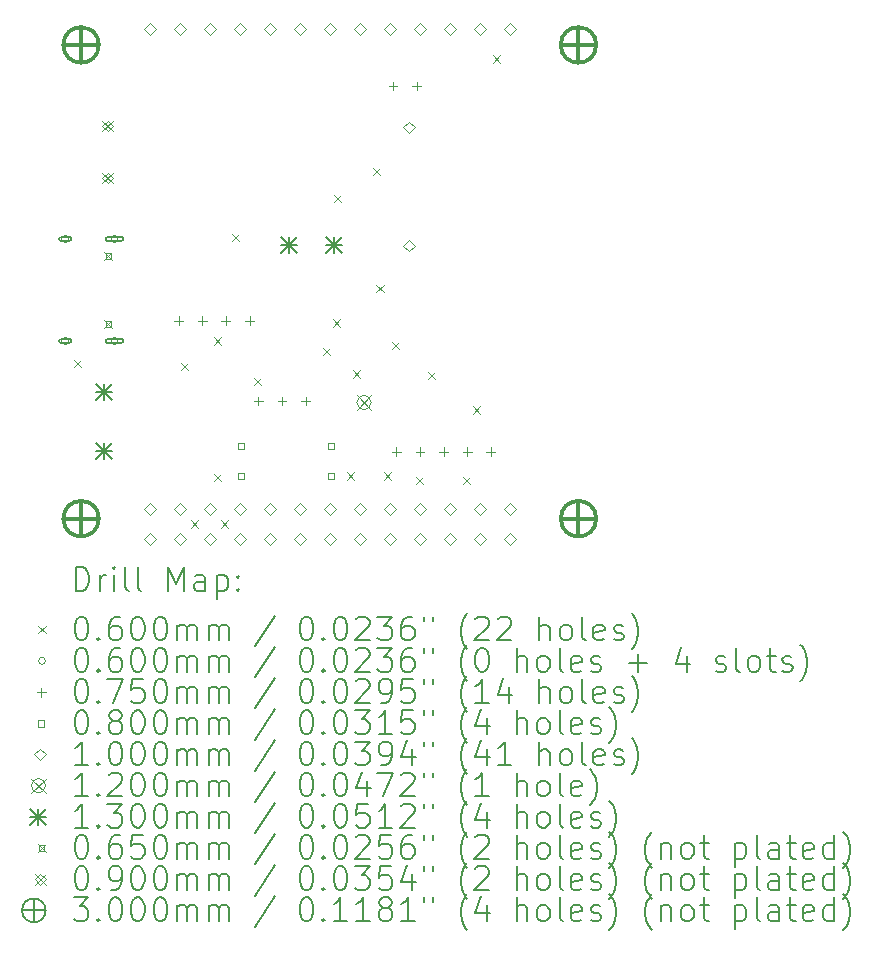
<source format=gbr>
%FSLAX45Y45*%
G04 Gerber Fmt 4.5, Leading zero omitted, Abs format (unit mm)*
G04 Created by KiCad (PCBNEW 6.0.5) date 2022-09-29 12:45:23*
%MOMM*%
%LPD*%
G01*
G04 APERTURE LIST*
%ADD10C,0.200000*%
%ADD11C,0.060000*%
%ADD12C,0.075000*%
%ADD13C,0.080000*%
%ADD14C,0.100000*%
%ADD15C,0.120000*%
%ADD16C,0.130000*%
%ADD17C,0.065000*%
%ADD18C,0.090000*%
%ADD19C,0.300000*%
G04 APERTURE END LIST*
D10*
D11*
X8402800Y-8110700D02*
X8462800Y-8170700D01*
X8462800Y-8110700D02*
X8402800Y-8170700D01*
X9304500Y-8136100D02*
X9364500Y-8196100D01*
X9364500Y-8136100D02*
X9304500Y-8196100D01*
X9393400Y-9469600D02*
X9453400Y-9529600D01*
X9453400Y-9469600D02*
X9393400Y-9529600D01*
X9583900Y-7920200D02*
X9643900Y-7980200D01*
X9643900Y-7920200D02*
X9583900Y-7980200D01*
X9583900Y-9075900D02*
X9643900Y-9135900D01*
X9643900Y-9075900D02*
X9583900Y-9135900D01*
X9647400Y-9469600D02*
X9707400Y-9529600D01*
X9707400Y-9469600D02*
X9647400Y-9529600D01*
X9736300Y-7043900D02*
X9796300Y-7103900D01*
X9796300Y-7043900D02*
X9736300Y-7103900D01*
X9926800Y-8263100D02*
X9986800Y-8323100D01*
X9986800Y-8263100D02*
X9926800Y-8323100D01*
X10511000Y-8009100D02*
X10571000Y-8069100D01*
X10571000Y-8009100D02*
X10511000Y-8069100D01*
X10592280Y-7767800D02*
X10652280Y-7827800D01*
X10652280Y-7767800D02*
X10592280Y-7827800D01*
X10599900Y-6713700D02*
X10659900Y-6773700D01*
X10659900Y-6713700D02*
X10599900Y-6773700D01*
X10714200Y-9063200D02*
X10774200Y-9123200D01*
X10774200Y-9063200D02*
X10714200Y-9123200D01*
X10765000Y-8199600D02*
X10825000Y-8259600D01*
X10825000Y-8199600D02*
X10765000Y-8259600D01*
X10930100Y-6485100D02*
X10990100Y-6545100D01*
X10990100Y-6485100D02*
X10930100Y-6545100D01*
X10963120Y-7478240D02*
X11023120Y-7538240D01*
X11023120Y-7478240D02*
X10963120Y-7538240D01*
X11023674Y-9063200D02*
X11083674Y-9123200D01*
X11083674Y-9063200D02*
X11023674Y-9123200D01*
X11095200Y-7958300D02*
X11155200Y-8018300D01*
X11155200Y-7958300D02*
X11095200Y-8018300D01*
X11298400Y-9101300D02*
X11358400Y-9161300D01*
X11358400Y-9101300D02*
X11298400Y-9161300D01*
X11400000Y-8212300D02*
X11460000Y-8272300D01*
X11460000Y-8212300D02*
X11400000Y-8272300D01*
X11692100Y-9101300D02*
X11752100Y-9161300D01*
X11752100Y-9101300D02*
X11692100Y-9161300D01*
X11781000Y-8504400D02*
X11841000Y-8564400D01*
X11841000Y-8504400D02*
X11781000Y-8564400D01*
X11946100Y-5532600D02*
X12006100Y-5592600D01*
X12006100Y-5532600D02*
X11946100Y-5592600D01*
X8357800Y-7086400D02*
G75*
G03*
X8357800Y-7086400I-30000J0D01*
G01*
D10*
X8297800Y-7106400D02*
X8357800Y-7106400D01*
X8297800Y-7066400D02*
X8357800Y-7066400D01*
X8357800Y-7106400D02*
G75*
G03*
X8357800Y-7066400I0J20000D01*
G01*
X8297800Y-7066400D02*
G75*
G03*
X8297800Y-7106400I0J-20000D01*
G01*
D11*
X8357800Y-7950400D02*
G75*
G03*
X8357800Y-7950400I-30000J0D01*
G01*
D10*
X8297800Y-7970400D02*
X8357800Y-7970400D01*
X8297800Y-7930400D02*
X8357800Y-7930400D01*
X8357800Y-7970400D02*
G75*
G03*
X8357800Y-7930400I0J20000D01*
G01*
X8297800Y-7930400D02*
G75*
G03*
X8297800Y-7970400I0J-20000D01*
G01*
D11*
X8775800Y-7086400D02*
G75*
G03*
X8775800Y-7086400I-30000J0D01*
G01*
D10*
X8690800Y-7106400D02*
X8800800Y-7106400D01*
X8690800Y-7066400D02*
X8800800Y-7066400D01*
X8800800Y-7106400D02*
G75*
G03*
X8800800Y-7066400I0J20000D01*
G01*
X8690800Y-7066400D02*
G75*
G03*
X8690800Y-7106400I0J-20000D01*
G01*
D11*
X8775800Y-7950400D02*
G75*
G03*
X8775800Y-7950400I-30000J0D01*
G01*
D10*
X8690800Y-7970400D02*
X8800800Y-7970400D01*
X8690800Y-7930400D02*
X8800800Y-7930400D01*
X8800800Y-7970400D02*
G75*
G03*
X8800800Y-7930400I0J20000D01*
G01*
X8690800Y-7930400D02*
G75*
G03*
X8690800Y-7970400I0J-20000D01*
G01*
D12*
X9288500Y-7739100D02*
X9288500Y-7814100D01*
X9251000Y-7776600D02*
X9326000Y-7776600D01*
X9488500Y-7739100D02*
X9488500Y-7814100D01*
X9451000Y-7776600D02*
X9526000Y-7776600D01*
X9688500Y-7739100D02*
X9688500Y-7814100D01*
X9651000Y-7776600D02*
X9726000Y-7776600D01*
X9888500Y-7739100D02*
X9888500Y-7814100D01*
X9851000Y-7776600D02*
X9926000Y-7776600D01*
X9963200Y-8420700D02*
X9963200Y-8495700D01*
X9925700Y-8458200D02*
X10000700Y-8458200D01*
X10163200Y-8420700D02*
X10163200Y-8495700D01*
X10125700Y-8458200D02*
X10200700Y-8458200D01*
X10363200Y-8420700D02*
X10363200Y-8495700D01*
X10325700Y-8458200D02*
X10400700Y-8458200D01*
X11103000Y-5753700D02*
X11103000Y-5828700D01*
X11065500Y-5791200D02*
X11140500Y-5791200D01*
X11131600Y-8848300D02*
X11131600Y-8923300D01*
X11094100Y-8885800D02*
X11169100Y-8885800D01*
X11303000Y-5753700D02*
X11303000Y-5828700D01*
X11265500Y-5791200D02*
X11340500Y-5791200D01*
X11331600Y-8848300D02*
X11331600Y-8923300D01*
X11294100Y-8885800D02*
X11369100Y-8885800D01*
X11531600Y-8848300D02*
X11531600Y-8923300D01*
X11494100Y-8885800D02*
X11569100Y-8885800D01*
X11731600Y-8848300D02*
X11731600Y-8923300D01*
X11694100Y-8885800D02*
X11769100Y-8885800D01*
X11931600Y-8848300D02*
X11931600Y-8923300D01*
X11894100Y-8885800D02*
X11969100Y-8885800D01*
D13*
X9845385Y-8867485D02*
X9845385Y-8810916D01*
X9788816Y-8810916D01*
X9788816Y-8867485D01*
X9845385Y-8867485D01*
X9845385Y-9121485D02*
X9845385Y-9064916D01*
X9788816Y-9064916D01*
X9788816Y-9121485D01*
X9845385Y-9121485D01*
X10607385Y-8867485D02*
X10607385Y-8810916D01*
X10550816Y-8810916D01*
X10550816Y-8867485D01*
X10607385Y-8867485D01*
X10607385Y-9121485D02*
X10607385Y-9064916D01*
X10550816Y-9064916D01*
X10550816Y-9121485D01*
X10607385Y-9121485D01*
D14*
X9044125Y-5355651D02*
X9094125Y-5305651D01*
X9044125Y-5255651D01*
X8994125Y-5305651D01*
X9044125Y-5355651D01*
X9044125Y-9419651D02*
X9094125Y-9369651D01*
X9044125Y-9319651D01*
X8994125Y-9369651D01*
X9044125Y-9419651D01*
X9044125Y-9673651D02*
X9094125Y-9623651D01*
X9044125Y-9573651D01*
X8994125Y-9623651D01*
X9044125Y-9673651D01*
X9298125Y-5355651D02*
X9348125Y-5305651D01*
X9298125Y-5255651D01*
X9248125Y-5305651D01*
X9298125Y-5355651D01*
X9298125Y-9419651D02*
X9348125Y-9369651D01*
X9298125Y-9319651D01*
X9248125Y-9369651D01*
X9298125Y-9419651D01*
X9298125Y-9673651D02*
X9348125Y-9623651D01*
X9298125Y-9573651D01*
X9248125Y-9623651D01*
X9298125Y-9673651D01*
X9552125Y-5355651D02*
X9602125Y-5305651D01*
X9552125Y-5255651D01*
X9502125Y-5305651D01*
X9552125Y-5355651D01*
X9552125Y-9419651D02*
X9602125Y-9369651D01*
X9552125Y-9319651D01*
X9502125Y-9369651D01*
X9552125Y-9419651D01*
X9552125Y-9673651D02*
X9602125Y-9623651D01*
X9552125Y-9573651D01*
X9502125Y-9623651D01*
X9552125Y-9673651D01*
X9806125Y-5355651D02*
X9856125Y-5305651D01*
X9806125Y-5255651D01*
X9756125Y-5305651D01*
X9806125Y-5355651D01*
X9806125Y-9419651D02*
X9856125Y-9369651D01*
X9806125Y-9319651D01*
X9756125Y-9369651D01*
X9806125Y-9419651D01*
X9806125Y-9673651D02*
X9856125Y-9623651D01*
X9806125Y-9573651D01*
X9756125Y-9623651D01*
X9806125Y-9673651D01*
X10060125Y-5355651D02*
X10110125Y-5305651D01*
X10060125Y-5255651D01*
X10010125Y-5305651D01*
X10060125Y-5355651D01*
X10060125Y-9419651D02*
X10110125Y-9369651D01*
X10060125Y-9319651D01*
X10010125Y-9369651D01*
X10060125Y-9419651D01*
X10060125Y-9673651D02*
X10110125Y-9623651D01*
X10060125Y-9573651D01*
X10010125Y-9623651D01*
X10060125Y-9673651D01*
X10314125Y-5355651D02*
X10364125Y-5305651D01*
X10314125Y-5255651D01*
X10264125Y-5305651D01*
X10314125Y-5355651D01*
X10314125Y-9419651D02*
X10364125Y-9369651D01*
X10314125Y-9319651D01*
X10264125Y-9369651D01*
X10314125Y-9419651D01*
X10314125Y-9673651D02*
X10364125Y-9623651D01*
X10314125Y-9573651D01*
X10264125Y-9623651D01*
X10314125Y-9673651D01*
X10568125Y-5355651D02*
X10618125Y-5305651D01*
X10568125Y-5255651D01*
X10518125Y-5305651D01*
X10568125Y-5355651D01*
X10568125Y-9419651D02*
X10618125Y-9369651D01*
X10568125Y-9319651D01*
X10518125Y-9369651D01*
X10568125Y-9419651D01*
X10568125Y-9673651D02*
X10618125Y-9623651D01*
X10568125Y-9573651D01*
X10518125Y-9623651D01*
X10568125Y-9673651D01*
X10822125Y-5355651D02*
X10872125Y-5305651D01*
X10822125Y-5255651D01*
X10772125Y-5305651D01*
X10822125Y-5355651D01*
X10822125Y-9419651D02*
X10872125Y-9369651D01*
X10822125Y-9319651D01*
X10772125Y-9369651D01*
X10822125Y-9419651D01*
X10822125Y-9673651D02*
X10872125Y-9623651D01*
X10822125Y-9573651D01*
X10772125Y-9623651D01*
X10822125Y-9673651D01*
X11076125Y-5355651D02*
X11126125Y-5305651D01*
X11076125Y-5255651D01*
X11026125Y-5305651D01*
X11076125Y-5355651D01*
X11076125Y-9419651D02*
X11126125Y-9369651D01*
X11076125Y-9319651D01*
X11026125Y-9369651D01*
X11076125Y-9419651D01*
X11076125Y-9673651D02*
X11126125Y-9623651D01*
X11076125Y-9573651D01*
X11026125Y-9623651D01*
X11076125Y-9673651D01*
X11239500Y-6192100D02*
X11289500Y-6142100D01*
X11239500Y-6092100D01*
X11189500Y-6142100D01*
X11239500Y-6192100D01*
X11239500Y-7192100D02*
X11289500Y-7142100D01*
X11239500Y-7092100D01*
X11189500Y-7142100D01*
X11239500Y-7192100D01*
X11330125Y-5355651D02*
X11380125Y-5305651D01*
X11330125Y-5255651D01*
X11280125Y-5305651D01*
X11330125Y-5355651D01*
X11330125Y-9419651D02*
X11380125Y-9369651D01*
X11330125Y-9319651D01*
X11280125Y-9369651D01*
X11330125Y-9419651D01*
X11330125Y-9673651D02*
X11380125Y-9623651D01*
X11330125Y-9573651D01*
X11280125Y-9623651D01*
X11330125Y-9673651D01*
X11584125Y-5355651D02*
X11634125Y-5305651D01*
X11584125Y-5255651D01*
X11534125Y-5305651D01*
X11584125Y-5355651D01*
X11584125Y-9419651D02*
X11634125Y-9369651D01*
X11584125Y-9319651D01*
X11534125Y-9369651D01*
X11584125Y-9419651D01*
X11584125Y-9673651D02*
X11634125Y-9623651D01*
X11584125Y-9573651D01*
X11534125Y-9623651D01*
X11584125Y-9673651D01*
X11838125Y-5355651D02*
X11888125Y-5305651D01*
X11838125Y-5255651D01*
X11788125Y-5305651D01*
X11838125Y-5355651D01*
X11838125Y-9419651D02*
X11888125Y-9369651D01*
X11838125Y-9319651D01*
X11788125Y-9369651D01*
X11838125Y-9419651D01*
X11838125Y-9673651D02*
X11888125Y-9623651D01*
X11838125Y-9573651D01*
X11788125Y-9623651D01*
X11838125Y-9673651D01*
X12092125Y-5355651D02*
X12142125Y-5305651D01*
X12092125Y-5255651D01*
X12042125Y-5305651D01*
X12092125Y-5355651D01*
X12092125Y-9419651D02*
X12142125Y-9369651D01*
X12092125Y-9319651D01*
X12042125Y-9369651D01*
X12092125Y-9419651D01*
X12092125Y-9673651D02*
X12142125Y-9623651D01*
X12092125Y-9573651D01*
X12042125Y-9623651D01*
X12092125Y-9673651D01*
D15*
X10798500Y-8410900D02*
X10918500Y-8530900D01*
X10918500Y-8410900D02*
X10798500Y-8530900D01*
X10918500Y-8470900D02*
G75*
G03*
X10918500Y-8470900I-60000J0D01*
G01*
D16*
X8591300Y-8317000D02*
X8721300Y-8447000D01*
X8721300Y-8317000D02*
X8591300Y-8447000D01*
X8656300Y-8317000D02*
X8656300Y-8447000D01*
X8591300Y-8382000D02*
X8721300Y-8382000D01*
X8591300Y-8817000D02*
X8721300Y-8947000D01*
X8721300Y-8817000D02*
X8591300Y-8947000D01*
X8656300Y-8817000D02*
X8656300Y-8947000D01*
X8591300Y-8882000D02*
X8721300Y-8882000D01*
X10158500Y-7072400D02*
X10288500Y-7202400D01*
X10288500Y-7072400D02*
X10158500Y-7202400D01*
X10223500Y-7072400D02*
X10223500Y-7202400D01*
X10158500Y-7137400D02*
X10288500Y-7137400D01*
X10539500Y-7072400D02*
X10669500Y-7202400D01*
X10669500Y-7072400D02*
X10539500Y-7202400D01*
X10604500Y-7072400D02*
X10604500Y-7202400D01*
X10539500Y-7137400D02*
X10669500Y-7137400D01*
D17*
X8660300Y-7196900D02*
X8725300Y-7261900D01*
X8725300Y-7196900D02*
X8660300Y-7261900D01*
X8715781Y-7252381D02*
X8715781Y-7206419D01*
X8669819Y-7206419D01*
X8669819Y-7252381D01*
X8715781Y-7252381D01*
X8660300Y-7774900D02*
X8725300Y-7839900D01*
X8725300Y-7774900D02*
X8660300Y-7839900D01*
X8715781Y-7830381D02*
X8715781Y-7784419D01*
X8669819Y-7784419D01*
X8669819Y-7830381D01*
X8715781Y-7830381D01*
D18*
X8642700Y-6085000D02*
X8732700Y-6175000D01*
X8732700Y-6085000D02*
X8642700Y-6175000D01*
X8687700Y-6175000D02*
X8732700Y-6130000D01*
X8687700Y-6085000D01*
X8642700Y-6130000D01*
X8687700Y-6175000D01*
X8642700Y-6525000D02*
X8732700Y-6615000D01*
X8732700Y-6525000D02*
X8642700Y-6615000D01*
X8687700Y-6615000D02*
X8732700Y-6570000D01*
X8687700Y-6525000D01*
X8642700Y-6570000D01*
X8687700Y-6615000D01*
D19*
X8462579Y-5293149D02*
X8462579Y-5593149D01*
X8312579Y-5443149D02*
X8612579Y-5443149D01*
X8612579Y-5443149D02*
G75*
G03*
X8612579Y-5443149I-150000J0D01*
G01*
X8462579Y-9304241D02*
X8462579Y-9604241D01*
X8312579Y-9454241D02*
X8612579Y-9454241D01*
X8612579Y-9454241D02*
G75*
G03*
X8612579Y-9454241I-150000J0D01*
G01*
X12673671Y-5293149D02*
X12673671Y-5593149D01*
X12523671Y-5443149D02*
X12823671Y-5443149D01*
X12823671Y-5443149D02*
G75*
G03*
X12823671Y-5443149I-150000J0D01*
G01*
X12673671Y-9304241D02*
X12673671Y-9604241D01*
X12523671Y-9454241D02*
X12823671Y-9454241D01*
X12823671Y-9454241D02*
G75*
G03*
X12823671Y-9454241I-150000J0D01*
G01*
D10*
X8419399Y-10065516D02*
X8419399Y-9865516D01*
X8467018Y-9865516D01*
X8495590Y-9875040D01*
X8514637Y-9894088D01*
X8524161Y-9913135D01*
X8533685Y-9951230D01*
X8533685Y-9979802D01*
X8524161Y-10017897D01*
X8514637Y-10036945D01*
X8495590Y-10055992D01*
X8467018Y-10065516D01*
X8419399Y-10065516D01*
X8619399Y-10065516D02*
X8619399Y-9932183D01*
X8619399Y-9970278D02*
X8628923Y-9951230D01*
X8638447Y-9941707D01*
X8657494Y-9932183D01*
X8676542Y-9932183D01*
X8743209Y-10065516D02*
X8743209Y-9932183D01*
X8743209Y-9865516D02*
X8733685Y-9875040D01*
X8743209Y-9884564D01*
X8752732Y-9875040D01*
X8743209Y-9865516D01*
X8743209Y-9884564D01*
X8867018Y-10065516D02*
X8847970Y-10055992D01*
X8838447Y-10036945D01*
X8838447Y-9865516D01*
X8971780Y-10065516D02*
X8952732Y-10055992D01*
X8943209Y-10036945D01*
X8943209Y-9865516D01*
X9200351Y-10065516D02*
X9200351Y-9865516D01*
X9267018Y-10008373D01*
X9333685Y-9865516D01*
X9333685Y-10065516D01*
X9514637Y-10065516D02*
X9514637Y-9960754D01*
X9505113Y-9941707D01*
X9486066Y-9932183D01*
X9447970Y-9932183D01*
X9428923Y-9941707D01*
X9514637Y-10055992D02*
X9495590Y-10065516D01*
X9447970Y-10065516D01*
X9428923Y-10055992D01*
X9419399Y-10036945D01*
X9419399Y-10017897D01*
X9428923Y-9998850D01*
X9447970Y-9989326D01*
X9495590Y-9989326D01*
X9514637Y-9979802D01*
X9609875Y-9932183D02*
X9609875Y-10132183D01*
X9609875Y-9941707D02*
X9628923Y-9932183D01*
X9667018Y-9932183D01*
X9686066Y-9941707D01*
X9695590Y-9951230D01*
X9705113Y-9970278D01*
X9705113Y-10027421D01*
X9695590Y-10046469D01*
X9686066Y-10055992D01*
X9667018Y-10065516D01*
X9628923Y-10065516D01*
X9609875Y-10055992D01*
X9790828Y-10046469D02*
X9800351Y-10055992D01*
X9790828Y-10065516D01*
X9781304Y-10055992D01*
X9790828Y-10046469D01*
X9790828Y-10065516D01*
X9790828Y-9941707D02*
X9800351Y-9951230D01*
X9790828Y-9960754D01*
X9781304Y-9951230D01*
X9790828Y-9941707D01*
X9790828Y-9960754D01*
D11*
X8101780Y-10365040D02*
X8161780Y-10425040D01*
X8161780Y-10365040D02*
X8101780Y-10425040D01*
D10*
X8457494Y-10285516D02*
X8476542Y-10285516D01*
X8495590Y-10295040D01*
X8505113Y-10304564D01*
X8514637Y-10323611D01*
X8524161Y-10361707D01*
X8524161Y-10409326D01*
X8514637Y-10447421D01*
X8505113Y-10466469D01*
X8495590Y-10475992D01*
X8476542Y-10485516D01*
X8457494Y-10485516D01*
X8438447Y-10475992D01*
X8428923Y-10466469D01*
X8419399Y-10447421D01*
X8409875Y-10409326D01*
X8409875Y-10361707D01*
X8419399Y-10323611D01*
X8428923Y-10304564D01*
X8438447Y-10295040D01*
X8457494Y-10285516D01*
X8609875Y-10466469D02*
X8619399Y-10475992D01*
X8609875Y-10485516D01*
X8600351Y-10475992D01*
X8609875Y-10466469D01*
X8609875Y-10485516D01*
X8790828Y-10285516D02*
X8752732Y-10285516D01*
X8733685Y-10295040D01*
X8724161Y-10304564D01*
X8705113Y-10333135D01*
X8695590Y-10371230D01*
X8695590Y-10447421D01*
X8705113Y-10466469D01*
X8714637Y-10475992D01*
X8733685Y-10485516D01*
X8771780Y-10485516D01*
X8790828Y-10475992D01*
X8800351Y-10466469D01*
X8809875Y-10447421D01*
X8809875Y-10399802D01*
X8800351Y-10380754D01*
X8790828Y-10371230D01*
X8771780Y-10361707D01*
X8733685Y-10361707D01*
X8714637Y-10371230D01*
X8705113Y-10380754D01*
X8695590Y-10399802D01*
X8933685Y-10285516D02*
X8952732Y-10285516D01*
X8971780Y-10295040D01*
X8981304Y-10304564D01*
X8990828Y-10323611D01*
X9000351Y-10361707D01*
X9000351Y-10409326D01*
X8990828Y-10447421D01*
X8981304Y-10466469D01*
X8971780Y-10475992D01*
X8952732Y-10485516D01*
X8933685Y-10485516D01*
X8914637Y-10475992D01*
X8905113Y-10466469D01*
X8895590Y-10447421D01*
X8886066Y-10409326D01*
X8886066Y-10361707D01*
X8895590Y-10323611D01*
X8905113Y-10304564D01*
X8914637Y-10295040D01*
X8933685Y-10285516D01*
X9124161Y-10285516D02*
X9143209Y-10285516D01*
X9162256Y-10295040D01*
X9171780Y-10304564D01*
X9181304Y-10323611D01*
X9190828Y-10361707D01*
X9190828Y-10409326D01*
X9181304Y-10447421D01*
X9171780Y-10466469D01*
X9162256Y-10475992D01*
X9143209Y-10485516D01*
X9124161Y-10485516D01*
X9105113Y-10475992D01*
X9095590Y-10466469D01*
X9086066Y-10447421D01*
X9076542Y-10409326D01*
X9076542Y-10361707D01*
X9086066Y-10323611D01*
X9095590Y-10304564D01*
X9105113Y-10295040D01*
X9124161Y-10285516D01*
X9276542Y-10485516D02*
X9276542Y-10352183D01*
X9276542Y-10371230D02*
X9286066Y-10361707D01*
X9305113Y-10352183D01*
X9333685Y-10352183D01*
X9352732Y-10361707D01*
X9362256Y-10380754D01*
X9362256Y-10485516D01*
X9362256Y-10380754D02*
X9371780Y-10361707D01*
X9390828Y-10352183D01*
X9419399Y-10352183D01*
X9438447Y-10361707D01*
X9447970Y-10380754D01*
X9447970Y-10485516D01*
X9543209Y-10485516D02*
X9543209Y-10352183D01*
X9543209Y-10371230D02*
X9552732Y-10361707D01*
X9571780Y-10352183D01*
X9600351Y-10352183D01*
X9619399Y-10361707D01*
X9628923Y-10380754D01*
X9628923Y-10485516D01*
X9628923Y-10380754D02*
X9638447Y-10361707D01*
X9657494Y-10352183D01*
X9686066Y-10352183D01*
X9705113Y-10361707D01*
X9714637Y-10380754D01*
X9714637Y-10485516D01*
X10105113Y-10275992D02*
X9933685Y-10533135D01*
X10362256Y-10285516D02*
X10381304Y-10285516D01*
X10400351Y-10295040D01*
X10409875Y-10304564D01*
X10419399Y-10323611D01*
X10428923Y-10361707D01*
X10428923Y-10409326D01*
X10419399Y-10447421D01*
X10409875Y-10466469D01*
X10400351Y-10475992D01*
X10381304Y-10485516D01*
X10362256Y-10485516D01*
X10343209Y-10475992D01*
X10333685Y-10466469D01*
X10324161Y-10447421D01*
X10314637Y-10409326D01*
X10314637Y-10361707D01*
X10324161Y-10323611D01*
X10333685Y-10304564D01*
X10343209Y-10295040D01*
X10362256Y-10285516D01*
X10514637Y-10466469D02*
X10524161Y-10475992D01*
X10514637Y-10485516D01*
X10505113Y-10475992D01*
X10514637Y-10466469D01*
X10514637Y-10485516D01*
X10647970Y-10285516D02*
X10667018Y-10285516D01*
X10686066Y-10295040D01*
X10695590Y-10304564D01*
X10705113Y-10323611D01*
X10714637Y-10361707D01*
X10714637Y-10409326D01*
X10705113Y-10447421D01*
X10695590Y-10466469D01*
X10686066Y-10475992D01*
X10667018Y-10485516D01*
X10647970Y-10485516D01*
X10628923Y-10475992D01*
X10619399Y-10466469D01*
X10609875Y-10447421D01*
X10600351Y-10409326D01*
X10600351Y-10361707D01*
X10609875Y-10323611D01*
X10619399Y-10304564D01*
X10628923Y-10295040D01*
X10647970Y-10285516D01*
X10790828Y-10304564D02*
X10800351Y-10295040D01*
X10819399Y-10285516D01*
X10867018Y-10285516D01*
X10886066Y-10295040D01*
X10895590Y-10304564D01*
X10905113Y-10323611D01*
X10905113Y-10342659D01*
X10895590Y-10371230D01*
X10781304Y-10485516D01*
X10905113Y-10485516D01*
X10971780Y-10285516D02*
X11095590Y-10285516D01*
X11028923Y-10361707D01*
X11057494Y-10361707D01*
X11076542Y-10371230D01*
X11086066Y-10380754D01*
X11095590Y-10399802D01*
X11095590Y-10447421D01*
X11086066Y-10466469D01*
X11076542Y-10475992D01*
X11057494Y-10485516D01*
X11000351Y-10485516D01*
X10981304Y-10475992D01*
X10971780Y-10466469D01*
X11267018Y-10285516D02*
X11228923Y-10285516D01*
X11209875Y-10295040D01*
X11200351Y-10304564D01*
X11181304Y-10333135D01*
X11171780Y-10371230D01*
X11171780Y-10447421D01*
X11181304Y-10466469D01*
X11190828Y-10475992D01*
X11209875Y-10485516D01*
X11247970Y-10485516D01*
X11267018Y-10475992D01*
X11276542Y-10466469D01*
X11286066Y-10447421D01*
X11286066Y-10399802D01*
X11276542Y-10380754D01*
X11267018Y-10371230D01*
X11247970Y-10361707D01*
X11209875Y-10361707D01*
X11190828Y-10371230D01*
X11181304Y-10380754D01*
X11171780Y-10399802D01*
X11362256Y-10285516D02*
X11362256Y-10323611D01*
X11438447Y-10285516D02*
X11438447Y-10323611D01*
X11733685Y-10561707D02*
X11724161Y-10552183D01*
X11705113Y-10523611D01*
X11695589Y-10504564D01*
X11686066Y-10475992D01*
X11676542Y-10428373D01*
X11676542Y-10390278D01*
X11686066Y-10342659D01*
X11695589Y-10314088D01*
X11705113Y-10295040D01*
X11724161Y-10266469D01*
X11733685Y-10256945D01*
X11800351Y-10304564D02*
X11809875Y-10295040D01*
X11828923Y-10285516D01*
X11876542Y-10285516D01*
X11895589Y-10295040D01*
X11905113Y-10304564D01*
X11914637Y-10323611D01*
X11914637Y-10342659D01*
X11905113Y-10371230D01*
X11790828Y-10485516D01*
X11914637Y-10485516D01*
X11990828Y-10304564D02*
X12000351Y-10295040D01*
X12019399Y-10285516D01*
X12067018Y-10285516D01*
X12086066Y-10295040D01*
X12095589Y-10304564D01*
X12105113Y-10323611D01*
X12105113Y-10342659D01*
X12095589Y-10371230D01*
X11981304Y-10485516D01*
X12105113Y-10485516D01*
X12343208Y-10485516D02*
X12343208Y-10285516D01*
X12428923Y-10485516D02*
X12428923Y-10380754D01*
X12419399Y-10361707D01*
X12400351Y-10352183D01*
X12371780Y-10352183D01*
X12352732Y-10361707D01*
X12343208Y-10371230D01*
X12552732Y-10485516D02*
X12533685Y-10475992D01*
X12524161Y-10466469D01*
X12514637Y-10447421D01*
X12514637Y-10390278D01*
X12524161Y-10371230D01*
X12533685Y-10361707D01*
X12552732Y-10352183D01*
X12581304Y-10352183D01*
X12600351Y-10361707D01*
X12609875Y-10371230D01*
X12619399Y-10390278D01*
X12619399Y-10447421D01*
X12609875Y-10466469D01*
X12600351Y-10475992D01*
X12581304Y-10485516D01*
X12552732Y-10485516D01*
X12733685Y-10485516D02*
X12714637Y-10475992D01*
X12705113Y-10456945D01*
X12705113Y-10285516D01*
X12886066Y-10475992D02*
X12867018Y-10485516D01*
X12828923Y-10485516D01*
X12809875Y-10475992D01*
X12800351Y-10456945D01*
X12800351Y-10380754D01*
X12809875Y-10361707D01*
X12828923Y-10352183D01*
X12867018Y-10352183D01*
X12886066Y-10361707D01*
X12895589Y-10380754D01*
X12895589Y-10399802D01*
X12800351Y-10418850D01*
X12971780Y-10475992D02*
X12990828Y-10485516D01*
X13028923Y-10485516D01*
X13047970Y-10475992D01*
X13057494Y-10456945D01*
X13057494Y-10447421D01*
X13047970Y-10428373D01*
X13028923Y-10418850D01*
X13000351Y-10418850D01*
X12981304Y-10409326D01*
X12971780Y-10390278D01*
X12971780Y-10380754D01*
X12981304Y-10361707D01*
X13000351Y-10352183D01*
X13028923Y-10352183D01*
X13047970Y-10361707D01*
X13124161Y-10561707D02*
X13133685Y-10552183D01*
X13152732Y-10523611D01*
X13162256Y-10504564D01*
X13171780Y-10475992D01*
X13181304Y-10428373D01*
X13181304Y-10390278D01*
X13171780Y-10342659D01*
X13162256Y-10314088D01*
X13152732Y-10295040D01*
X13133685Y-10266469D01*
X13124161Y-10256945D01*
D11*
X8161780Y-10659040D02*
G75*
G03*
X8161780Y-10659040I-30000J0D01*
G01*
D10*
X8457494Y-10549516D02*
X8476542Y-10549516D01*
X8495590Y-10559040D01*
X8505113Y-10568564D01*
X8514637Y-10587611D01*
X8524161Y-10625707D01*
X8524161Y-10673326D01*
X8514637Y-10711421D01*
X8505113Y-10730469D01*
X8495590Y-10739992D01*
X8476542Y-10749516D01*
X8457494Y-10749516D01*
X8438447Y-10739992D01*
X8428923Y-10730469D01*
X8419399Y-10711421D01*
X8409875Y-10673326D01*
X8409875Y-10625707D01*
X8419399Y-10587611D01*
X8428923Y-10568564D01*
X8438447Y-10559040D01*
X8457494Y-10549516D01*
X8609875Y-10730469D02*
X8619399Y-10739992D01*
X8609875Y-10749516D01*
X8600351Y-10739992D01*
X8609875Y-10730469D01*
X8609875Y-10749516D01*
X8790828Y-10549516D02*
X8752732Y-10549516D01*
X8733685Y-10559040D01*
X8724161Y-10568564D01*
X8705113Y-10597135D01*
X8695590Y-10635230D01*
X8695590Y-10711421D01*
X8705113Y-10730469D01*
X8714637Y-10739992D01*
X8733685Y-10749516D01*
X8771780Y-10749516D01*
X8790828Y-10739992D01*
X8800351Y-10730469D01*
X8809875Y-10711421D01*
X8809875Y-10663802D01*
X8800351Y-10644754D01*
X8790828Y-10635230D01*
X8771780Y-10625707D01*
X8733685Y-10625707D01*
X8714637Y-10635230D01*
X8705113Y-10644754D01*
X8695590Y-10663802D01*
X8933685Y-10549516D02*
X8952732Y-10549516D01*
X8971780Y-10559040D01*
X8981304Y-10568564D01*
X8990828Y-10587611D01*
X9000351Y-10625707D01*
X9000351Y-10673326D01*
X8990828Y-10711421D01*
X8981304Y-10730469D01*
X8971780Y-10739992D01*
X8952732Y-10749516D01*
X8933685Y-10749516D01*
X8914637Y-10739992D01*
X8905113Y-10730469D01*
X8895590Y-10711421D01*
X8886066Y-10673326D01*
X8886066Y-10625707D01*
X8895590Y-10587611D01*
X8905113Y-10568564D01*
X8914637Y-10559040D01*
X8933685Y-10549516D01*
X9124161Y-10549516D02*
X9143209Y-10549516D01*
X9162256Y-10559040D01*
X9171780Y-10568564D01*
X9181304Y-10587611D01*
X9190828Y-10625707D01*
X9190828Y-10673326D01*
X9181304Y-10711421D01*
X9171780Y-10730469D01*
X9162256Y-10739992D01*
X9143209Y-10749516D01*
X9124161Y-10749516D01*
X9105113Y-10739992D01*
X9095590Y-10730469D01*
X9086066Y-10711421D01*
X9076542Y-10673326D01*
X9076542Y-10625707D01*
X9086066Y-10587611D01*
X9095590Y-10568564D01*
X9105113Y-10559040D01*
X9124161Y-10549516D01*
X9276542Y-10749516D02*
X9276542Y-10616183D01*
X9276542Y-10635230D02*
X9286066Y-10625707D01*
X9305113Y-10616183D01*
X9333685Y-10616183D01*
X9352732Y-10625707D01*
X9362256Y-10644754D01*
X9362256Y-10749516D01*
X9362256Y-10644754D02*
X9371780Y-10625707D01*
X9390828Y-10616183D01*
X9419399Y-10616183D01*
X9438447Y-10625707D01*
X9447970Y-10644754D01*
X9447970Y-10749516D01*
X9543209Y-10749516D02*
X9543209Y-10616183D01*
X9543209Y-10635230D02*
X9552732Y-10625707D01*
X9571780Y-10616183D01*
X9600351Y-10616183D01*
X9619399Y-10625707D01*
X9628923Y-10644754D01*
X9628923Y-10749516D01*
X9628923Y-10644754D02*
X9638447Y-10625707D01*
X9657494Y-10616183D01*
X9686066Y-10616183D01*
X9705113Y-10625707D01*
X9714637Y-10644754D01*
X9714637Y-10749516D01*
X10105113Y-10539992D02*
X9933685Y-10797135D01*
X10362256Y-10549516D02*
X10381304Y-10549516D01*
X10400351Y-10559040D01*
X10409875Y-10568564D01*
X10419399Y-10587611D01*
X10428923Y-10625707D01*
X10428923Y-10673326D01*
X10419399Y-10711421D01*
X10409875Y-10730469D01*
X10400351Y-10739992D01*
X10381304Y-10749516D01*
X10362256Y-10749516D01*
X10343209Y-10739992D01*
X10333685Y-10730469D01*
X10324161Y-10711421D01*
X10314637Y-10673326D01*
X10314637Y-10625707D01*
X10324161Y-10587611D01*
X10333685Y-10568564D01*
X10343209Y-10559040D01*
X10362256Y-10549516D01*
X10514637Y-10730469D02*
X10524161Y-10739992D01*
X10514637Y-10749516D01*
X10505113Y-10739992D01*
X10514637Y-10730469D01*
X10514637Y-10749516D01*
X10647970Y-10549516D02*
X10667018Y-10549516D01*
X10686066Y-10559040D01*
X10695590Y-10568564D01*
X10705113Y-10587611D01*
X10714637Y-10625707D01*
X10714637Y-10673326D01*
X10705113Y-10711421D01*
X10695590Y-10730469D01*
X10686066Y-10739992D01*
X10667018Y-10749516D01*
X10647970Y-10749516D01*
X10628923Y-10739992D01*
X10619399Y-10730469D01*
X10609875Y-10711421D01*
X10600351Y-10673326D01*
X10600351Y-10625707D01*
X10609875Y-10587611D01*
X10619399Y-10568564D01*
X10628923Y-10559040D01*
X10647970Y-10549516D01*
X10790828Y-10568564D02*
X10800351Y-10559040D01*
X10819399Y-10549516D01*
X10867018Y-10549516D01*
X10886066Y-10559040D01*
X10895590Y-10568564D01*
X10905113Y-10587611D01*
X10905113Y-10606659D01*
X10895590Y-10635230D01*
X10781304Y-10749516D01*
X10905113Y-10749516D01*
X10971780Y-10549516D02*
X11095590Y-10549516D01*
X11028923Y-10625707D01*
X11057494Y-10625707D01*
X11076542Y-10635230D01*
X11086066Y-10644754D01*
X11095590Y-10663802D01*
X11095590Y-10711421D01*
X11086066Y-10730469D01*
X11076542Y-10739992D01*
X11057494Y-10749516D01*
X11000351Y-10749516D01*
X10981304Y-10739992D01*
X10971780Y-10730469D01*
X11267018Y-10549516D02*
X11228923Y-10549516D01*
X11209875Y-10559040D01*
X11200351Y-10568564D01*
X11181304Y-10597135D01*
X11171780Y-10635230D01*
X11171780Y-10711421D01*
X11181304Y-10730469D01*
X11190828Y-10739992D01*
X11209875Y-10749516D01*
X11247970Y-10749516D01*
X11267018Y-10739992D01*
X11276542Y-10730469D01*
X11286066Y-10711421D01*
X11286066Y-10663802D01*
X11276542Y-10644754D01*
X11267018Y-10635230D01*
X11247970Y-10625707D01*
X11209875Y-10625707D01*
X11190828Y-10635230D01*
X11181304Y-10644754D01*
X11171780Y-10663802D01*
X11362256Y-10549516D02*
X11362256Y-10587611D01*
X11438447Y-10549516D02*
X11438447Y-10587611D01*
X11733685Y-10825707D02*
X11724161Y-10816183D01*
X11705113Y-10787611D01*
X11695589Y-10768564D01*
X11686066Y-10739992D01*
X11676542Y-10692373D01*
X11676542Y-10654278D01*
X11686066Y-10606659D01*
X11695589Y-10578088D01*
X11705113Y-10559040D01*
X11724161Y-10530469D01*
X11733685Y-10520945D01*
X11847970Y-10549516D02*
X11867018Y-10549516D01*
X11886066Y-10559040D01*
X11895589Y-10568564D01*
X11905113Y-10587611D01*
X11914637Y-10625707D01*
X11914637Y-10673326D01*
X11905113Y-10711421D01*
X11895589Y-10730469D01*
X11886066Y-10739992D01*
X11867018Y-10749516D01*
X11847970Y-10749516D01*
X11828923Y-10739992D01*
X11819399Y-10730469D01*
X11809875Y-10711421D01*
X11800351Y-10673326D01*
X11800351Y-10625707D01*
X11809875Y-10587611D01*
X11819399Y-10568564D01*
X11828923Y-10559040D01*
X11847970Y-10549516D01*
X12152732Y-10749516D02*
X12152732Y-10549516D01*
X12238447Y-10749516D02*
X12238447Y-10644754D01*
X12228923Y-10625707D01*
X12209875Y-10616183D01*
X12181304Y-10616183D01*
X12162256Y-10625707D01*
X12152732Y-10635230D01*
X12362256Y-10749516D02*
X12343208Y-10739992D01*
X12333685Y-10730469D01*
X12324161Y-10711421D01*
X12324161Y-10654278D01*
X12333685Y-10635230D01*
X12343208Y-10625707D01*
X12362256Y-10616183D01*
X12390828Y-10616183D01*
X12409875Y-10625707D01*
X12419399Y-10635230D01*
X12428923Y-10654278D01*
X12428923Y-10711421D01*
X12419399Y-10730469D01*
X12409875Y-10739992D01*
X12390828Y-10749516D01*
X12362256Y-10749516D01*
X12543208Y-10749516D02*
X12524161Y-10739992D01*
X12514637Y-10720945D01*
X12514637Y-10549516D01*
X12695589Y-10739992D02*
X12676542Y-10749516D01*
X12638447Y-10749516D01*
X12619399Y-10739992D01*
X12609875Y-10720945D01*
X12609875Y-10644754D01*
X12619399Y-10625707D01*
X12638447Y-10616183D01*
X12676542Y-10616183D01*
X12695589Y-10625707D01*
X12705113Y-10644754D01*
X12705113Y-10663802D01*
X12609875Y-10682850D01*
X12781304Y-10739992D02*
X12800351Y-10749516D01*
X12838447Y-10749516D01*
X12857494Y-10739992D01*
X12867018Y-10720945D01*
X12867018Y-10711421D01*
X12857494Y-10692373D01*
X12838447Y-10682850D01*
X12809875Y-10682850D01*
X12790828Y-10673326D01*
X12781304Y-10654278D01*
X12781304Y-10644754D01*
X12790828Y-10625707D01*
X12809875Y-10616183D01*
X12838447Y-10616183D01*
X12857494Y-10625707D01*
X13105113Y-10673326D02*
X13257494Y-10673326D01*
X13181304Y-10749516D02*
X13181304Y-10597135D01*
X13590828Y-10616183D02*
X13590828Y-10749516D01*
X13543208Y-10539992D02*
X13495589Y-10682850D01*
X13619399Y-10682850D01*
X13838447Y-10739992D02*
X13857494Y-10749516D01*
X13895589Y-10749516D01*
X13914637Y-10739992D01*
X13924161Y-10720945D01*
X13924161Y-10711421D01*
X13914637Y-10692373D01*
X13895589Y-10682850D01*
X13867018Y-10682850D01*
X13847970Y-10673326D01*
X13838447Y-10654278D01*
X13838447Y-10644754D01*
X13847970Y-10625707D01*
X13867018Y-10616183D01*
X13895589Y-10616183D01*
X13914637Y-10625707D01*
X14038447Y-10749516D02*
X14019399Y-10739992D01*
X14009875Y-10720945D01*
X14009875Y-10549516D01*
X14143208Y-10749516D02*
X14124161Y-10739992D01*
X14114637Y-10730469D01*
X14105113Y-10711421D01*
X14105113Y-10654278D01*
X14114637Y-10635230D01*
X14124161Y-10625707D01*
X14143208Y-10616183D01*
X14171780Y-10616183D01*
X14190828Y-10625707D01*
X14200351Y-10635230D01*
X14209875Y-10654278D01*
X14209875Y-10711421D01*
X14200351Y-10730469D01*
X14190828Y-10739992D01*
X14171780Y-10749516D01*
X14143208Y-10749516D01*
X14267018Y-10616183D02*
X14343208Y-10616183D01*
X14295589Y-10549516D02*
X14295589Y-10720945D01*
X14305113Y-10739992D01*
X14324161Y-10749516D01*
X14343208Y-10749516D01*
X14400351Y-10739992D02*
X14419399Y-10749516D01*
X14457494Y-10749516D01*
X14476542Y-10739992D01*
X14486066Y-10720945D01*
X14486066Y-10711421D01*
X14476542Y-10692373D01*
X14457494Y-10682850D01*
X14428923Y-10682850D01*
X14409875Y-10673326D01*
X14400351Y-10654278D01*
X14400351Y-10644754D01*
X14409875Y-10625707D01*
X14428923Y-10616183D01*
X14457494Y-10616183D01*
X14476542Y-10625707D01*
X14552732Y-10825707D02*
X14562256Y-10816183D01*
X14581304Y-10787611D01*
X14590828Y-10768564D01*
X14600351Y-10739992D01*
X14609875Y-10692373D01*
X14609875Y-10654278D01*
X14600351Y-10606659D01*
X14590828Y-10578088D01*
X14581304Y-10559040D01*
X14562256Y-10530469D01*
X14552732Y-10520945D01*
D12*
X8124280Y-10885540D02*
X8124280Y-10960540D01*
X8086780Y-10923040D02*
X8161780Y-10923040D01*
D10*
X8457494Y-10813516D02*
X8476542Y-10813516D01*
X8495590Y-10823040D01*
X8505113Y-10832564D01*
X8514637Y-10851611D01*
X8524161Y-10889707D01*
X8524161Y-10937326D01*
X8514637Y-10975421D01*
X8505113Y-10994469D01*
X8495590Y-11003992D01*
X8476542Y-11013516D01*
X8457494Y-11013516D01*
X8438447Y-11003992D01*
X8428923Y-10994469D01*
X8419399Y-10975421D01*
X8409875Y-10937326D01*
X8409875Y-10889707D01*
X8419399Y-10851611D01*
X8428923Y-10832564D01*
X8438447Y-10823040D01*
X8457494Y-10813516D01*
X8609875Y-10994469D02*
X8619399Y-11003992D01*
X8609875Y-11013516D01*
X8600351Y-11003992D01*
X8609875Y-10994469D01*
X8609875Y-11013516D01*
X8686066Y-10813516D02*
X8819399Y-10813516D01*
X8733685Y-11013516D01*
X8990828Y-10813516D02*
X8895590Y-10813516D01*
X8886066Y-10908754D01*
X8895590Y-10899230D01*
X8914637Y-10889707D01*
X8962256Y-10889707D01*
X8981304Y-10899230D01*
X8990828Y-10908754D01*
X9000351Y-10927802D01*
X9000351Y-10975421D01*
X8990828Y-10994469D01*
X8981304Y-11003992D01*
X8962256Y-11013516D01*
X8914637Y-11013516D01*
X8895590Y-11003992D01*
X8886066Y-10994469D01*
X9124161Y-10813516D02*
X9143209Y-10813516D01*
X9162256Y-10823040D01*
X9171780Y-10832564D01*
X9181304Y-10851611D01*
X9190828Y-10889707D01*
X9190828Y-10937326D01*
X9181304Y-10975421D01*
X9171780Y-10994469D01*
X9162256Y-11003992D01*
X9143209Y-11013516D01*
X9124161Y-11013516D01*
X9105113Y-11003992D01*
X9095590Y-10994469D01*
X9086066Y-10975421D01*
X9076542Y-10937326D01*
X9076542Y-10889707D01*
X9086066Y-10851611D01*
X9095590Y-10832564D01*
X9105113Y-10823040D01*
X9124161Y-10813516D01*
X9276542Y-11013516D02*
X9276542Y-10880183D01*
X9276542Y-10899230D02*
X9286066Y-10889707D01*
X9305113Y-10880183D01*
X9333685Y-10880183D01*
X9352732Y-10889707D01*
X9362256Y-10908754D01*
X9362256Y-11013516D01*
X9362256Y-10908754D02*
X9371780Y-10889707D01*
X9390828Y-10880183D01*
X9419399Y-10880183D01*
X9438447Y-10889707D01*
X9447970Y-10908754D01*
X9447970Y-11013516D01*
X9543209Y-11013516D02*
X9543209Y-10880183D01*
X9543209Y-10899230D02*
X9552732Y-10889707D01*
X9571780Y-10880183D01*
X9600351Y-10880183D01*
X9619399Y-10889707D01*
X9628923Y-10908754D01*
X9628923Y-11013516D01*
X9628923Y-10908754D02*
X9638447Y-10889707D01*
X9657494Y-10880183D01*
X9686066Y-10880183D01*
X9705113Y-10889707D01*
X9714637Y-10908754D01*
X9714637Y-11013516D01*
X10105113Y-10803992D02*
X9933685Y-11061135D01*
X10362256Y-10813516D02*
X10381304Y-10813516D01*
X10400351Y-10823040D01*
X10409875Y-10832564D01*
X10419399Y-10851611D01*
X10428923Y-10889707D01*
X10428923Y-10937326D01*
X10419399Y-10975421D01*
X10409875Y-10994469D01*
X10400351Y-11003992D01*
X10381304Y-11013516D01*
X10362256Y-11013516D01*
X10343209Y-11003992D01*
X10333685Y-10994469D01*
X10324161Y-10975421D01*
X10314637Y-10937326D01*
X10314637Y-10889707D01*
X10324161Y-10851611D01*
X10333685Y-10832564D01*
X10343209Y-10823040D01*
X10362256Y-10813516D01*
X10514637Y-10994469D02*
X10524161Y-11003992D01*
X10514637Y-11013516D01*
X10505113Y-11003992D01*
X10514637Y-10994469D01*
X10514637Y-11013516D01*
X10647970Y-10813516D02*
X10667018Y-10813516D01*
X10686066Y-10823040D01*
X10695590Y-10832564D01*
X10705113Y-10851611D01*
X10714637Y-10889707D01*
X10714637Y-10937326D01*
X10705113Y-10975421D01*
X10695590Y-10994469D01*
X10686066Y-11003992D01*
X10667018Y-11013516D01*
X10647970Y-11013516D01*
X10628923Y-11003992D01*
X10619399Y-10994469D01*
X10609875Y-10975421D01*
X10600351Y-10937326D01*
X10600351Y-10889707D01*
X10609875Y-10851611D01*
X10619399Y-10832564D01*
X10628923Y-10823040D01*
X10647970Y-10813516D01*
X10790828Y-10832564D02*
X10800351Y-10823040D01*
X10819399Y-10813516D01*
X10867018Y-10813516D01*
X10886066Y-10823040D01*
X10895590Y-10832564D01*
X10905113Y-10851611D01*
X10905113Y-10870659D01*
X10895590Y-10899230D01*
X10781304Y-11013516D01*
X10905113Y-11013516D01*
X11000351Y-11013516D02*
X11038447Y-11013516D01*
X11057494Y-11003992D01*
X11067018Y-10994469D01*
X11086066Y-10965897D01*
X11095590Y-10927802D01*
X11095590Y-10851611D01*
X11086066Y-10832564D01*
X11076542Y-10823040D01*
X11057494Y-10813516D01*
X11019399Y-10813516D01*
X11000351Y-10823040D01*
X10990828Y-10832564D01*
X10981304Y-10851611D01*
X10981304Y-10899230D01*
X10990828Y-10918278D01*
X11000351Y-10927802D01*
X11019399Y-10937326D01*
X11057494Y-10937326D01*
X11076542Y-10927802D01*
X11086066Y-10918278D01*
X11095590Y-10899230D01*
X11276542Y-10813516D02*
X11181304Y-10813516D01*
X11171780Y-10908754D01*
X11181304Y-10899230D01*
X11200351Y-10889707D01*
X11247970Y-10889707D01*
X11267018Y-10899230D01*
X11276542Y-10908754D01*
X11286066Y-10927802D01*
X11286066Y-10975421D01*
X11276542Y-10994469D01*
X11267018Y-11003992D01*
X11247970Y-11013516D01*
X11200351Y-11013516D01*
X11181304Y-11003992D01*
X11171780Y-10994469D01*
X11362256Y-10813516D02*
X11362256Y-10851611D01*
X11438447Y-10813516D02*
X11438447Y-10851611D01*
X11733685Y-11089707D02*
X11724161Y-11080183D01*
X11705113Y-11051611D01*
X11695589Y-11032564D01*
X11686066Y-11003992D01*
X11676542Y-10956373D01*
X11676542Y-10918278D01*
X11686066Y-10870659D01*
X11695589Y-10842088D01*
X11705113Y-10823040D01*
X11724161Y-10794469D01*
X11733685Y-10784945D01*
X11914637Y-11013516D02*
X11800351Y-11013516D01*
X11857494Y-11013516D02*
X11857494Y-10813516D01*
X11838447Y-10842088D01*
X11819399Y-10861135D01*
X11800351Y-10870659D01*
X12086066Y-10880183D02*
X12086066Y-11013516D01*
X12038447Y-10803992D02*
X11990828Y-10946850D01*
X12114637Y-10946850D01*
X12343208Y-11013516D02*
X12343208Y-10813516D01*
X12428923Y-11013516D02*
X12428923Y-10908754D01*
X12419399Y-10889707D01*
X12400351Y-10880183D01*
X12371780Y-10880183D01*
X12352732Y-10889707D01*
X12343208Y-10899230D01*
X12552732Y-11013516D02*
X12533685Y-11003992D01*
X12524161Y-10994469D01*
X12514637Y-10975421D01*
X12514637Y-10918278D01*
X12524161Y-10899230D01*
X12533685Y-10889707D01*
X12552732Y-10880183D01*
X12581304Y-10880183D01*
X12600351Y-10889707D01*
X12609875Y-10899230D01*
X12619399Y-10918278D01*
X12619399Y-10975421D01*
X12609875Y-10994469D01*
X12600351Y-11003992D01*
X12581304Y-11013516D01*
X12552732Y-11013516D01*
X12733685Y-11013516D02*
X12714637Y-11003992D01*
X12705113Y-10984945D01*
X12705113Y-10813516D01*
X12886066Y-11003992D02*
X12867018Y-11013516D01*
X12828923Y-11013516D01*
X12809875Y-11003992D01*
X12800351Y-10984945D01*
X12800351Y-10908754D01*
X12809875Y-10889707D01*
X12828923Y-10880183D01*
X12867018Y-10880183D01*
X12886066Y-10889707D01*
X12895589Y-10908754D01*
X12895589Y-10927802D01*
X12800351Y-10946850D01*
X12971780Y-11003992D02*
X12990828Y-11013516D01*
X13028923Y-11013516D01*
X13047970Y-11003992D01*
X13057494Y-10984945D01*
X13057494Y-10975421D01*
X13047970Y-10956373D01*
X13028923Y-10946850D01*
X13000351Y-10946850D01*
X12981304Y-10937326D01*
X12971780Y-10918278D01*
X12971780Y-10908754D01*
X12981304Y-10889707D01*
X13000351Y-10880183D01*
X13028923Y-10880183D01*
X13047970Y-10889707D01*
X13124161Y-11089707D02*
X13133685Y-11080183D01*
X13152732Y-11051611D01*
X13162256Y-11032564D01*
X13171780Y-11003992D01*
X13181304Y-10956373D01*
X13181304Y-10918278D01*
X13171780Y-10870659D01*
X13162256Y-10842088D01*
X13152732Y-10823040D01*
X13133685Y-10794469D01*
X13124161Y-10784945D01*
D13*
X8150064Y-11215324D02*
X8150064Y-11158756D01*
X8093495Y-11158756D01*
X8093495Y-11215324D01*
X8150064Y-11215324D01*
D10*
X8457494Y-11077516D02*
X8476542Y-11077516D01*
X8495590Y-11087040D01*
X8505113Y-11096564D01*
X8514637Y-11115611D01*
X8524161Y-11153707D01*
X8524161Y-11201326D01*
X8514637Y-11239421D01*
X8505113Y-11258468D01*
X8495590Y-11267992D01*
X8476542Y-11277516D01*
X8457494Y-11277516D01*
X8438447Y-11267992D01*
X8428923Y-11258468D01*
X8419399Y-11239421D01*
X8409875Y-11201326D01*
X8409875Y-11153707D01*
X8419399Y-11115611D01*
X8428923Y-11096564D01*
X8438447Y-11087040D01*
X8457494Y-11077516D01*
X8609875Y-11258468D02*
X8619399Y-11267992D01*
X8609875Y-11277516D01*
X8600351Y-11267992D01*
X8609875Y-11258468D01*
X8609875Y-11277516D01*
X8733685Y-11163230D02*
X8714637Y-11153707D01*
X8705113Y-11144183D01*
X8695590Y-11125135D01*
X8695590Y-11115611D01*
X8705113Y-11096564D01*
X8714637Y-11087040D01*
X8733685Y-11077516D01*
X8771780Y-11077516D01*
X8790828Y-11087040D01*
X8800351Y-11096564D01*
X8809875Y-11115611D01*
X8809875Y-11125135D01*
X8800351Y-11144183D01*
X8790828Y-11153707D01*
X8771780Y-11163230D01*
X8733685Y-11163230D01*
X8714637Y-11172754D01*
X8705113Y-11182278D01*
X8695590Y-11201326D01*
X8695590Y-11239421D01*
X8705113Y-11258468D01*
X8714637Y-11267992D01*
X8733685Y-11277516D01*
X8771780Y-11277516D01*
X8790828Y-11267992D01*
X8800351Y-11258468D01*
X8809875Y-11239421D01*
X8809875Y-11201326D01*
X8800351Y-11182278D01*
X8790828Y-11172754D01*
X8771780Y-11163230D01*
X8933685Y-11077516D02*
X8952732Y-11077516D01*
X8971780Y-11087040D01*
X8981304Y-11096564D01*
X8990828Y-11115611D01*
X9000351Y-11153707D01*
X9000351Y-11201326D01*
X8990828Y-11239421D01*
X8981304Y-11258468D01*
X8971780Y-11267992D01*
X8952732Y-11277516D01*
X8933685Y-11277516D01*
X8914637Y-11267992D01*
X8905113Y-11258468D01*
X8895590Y-11239421D01*
X8886066Y-11201326D01*
X8886066Y-11153707D01*
X8895590Y-11115611D01*
X8905113Y-11096564D01*
X8914637Y-11087040D01*
X8933685Y-11077516D01*
X9124161Y-11077516D02*
X9143209Y-11077516D01*
X9162256Y-11087040D01*
X9171780Y-11096564D01*
X9181304Y-11115611D01*
X9190828Y-11153707D01*
X9190828Y-11201326D01*
X9181304Y-11239421D01*
X9171780Y-11258468D01*
X9162256Y-11267992D01*
X9143209Y-11277516D01*
X9124161Y-11277516D01*
X9105113Y-11267992D01*
X9095590Y-11258468D01*
X9086066Y-11239421D01*
X9076542Y-11201326D01*
X9076542Y-11153707D01*
X9086066Y-11115611D01*
X9095590Y-11096564D01*
X9105113Y-11087040D01*
X9124161Y-11077516D01*
X9276542Y-11277516D02*
X9276542Y-11144183D01*
X9276542Y-11163230D02*
X9286066Y-11153707D01*
X9305113Y-11144183D01*
X9333685Y-11144183D01*
X9352732Y-11153707D01*
X9362256Y-11172754D01*
X9362256Y-11277516D01*
X9362256Y-11172754D02*
X9371780Y-11153707D01*
X9390828Y-11144183D01*
X9419399Y-11144183D01*
X9438447Y-11153707D01*
X9447970Y-11172754D01*
X9447970Y-11277516D01*
X9543209Y-11277516D02*
X9543209Y-11144183D01*
X9543209Y-11163230D02*
X9552732Y-11153707D01*
X9571780Y-11144183D01*
X9600351Y-11144183D01*
X9619399Y-11153707D01*
X9628923Y-11172754D01*
X9628923Y-11277516D01*
X9628923Y-11172754D02*
X9638447Y-11153707D01*
X9657494Y-11144183D01*
X9686066Y-11144183D01*
X9705113Y-11153707D01*
X9714637Y-11172754D01*
X9714637Y-11277516D01*
X10105113Y-11067992D02*
X9933685Y-11325135D01*
X10362256Y-11077516D02*
X10381304Y-11077516D01*
X10400351Y-11087040D01*
X10409875Y-11096564D01*
X10419399Y-11115611D01*
X10428923Y-11153707D01*
X10428923Y-11201326D01*
X10419399Y-11239421D01*
X10409875Y-11258468D01*
X10400351Y-11267992D01*
X10381304Y-11277516D01*
X10362256Y-11277516D01*
X10343209Y-11267992D01*
X10333685Y-11258468D01*
X10324161Y-11239421D01*
X10314637Y-11201326D01*
X10314637Y-11153707D01*
X10324161Y-11115611D01*
X10333685Y-11096564D01*
X10343209Y-11087040D01*
X10362256Y-11077516D01*
X10514637Y-11258468D02*
X10524161Y-11267992D01*
X10514637Y-11277516D01*
X10505113Y-11267992D01*
X10514637Y-11258468D01*
X10514637Y-11277516D01*
X10647970Y-11077516D02*
X10667018Y-11077516D01*
X10686066Y-11087040D01*
X10695590Y-11096564D01*
X10705113Y-11115611D01*
X10714637Y-11153707D01*
X10714637Y-11201326D01*
X10705113Y-11239421D01*
X10695590Y-11258468D01*
X10686066Y-11267992D01*
X10667018Y-11277516D01*
X10647970Y-11277516D01*
X10628923Y-11267992D01*
X10619399Y-11258468D01*
X10609875Y-11239421D01*
X10600351Y-11201326D01*
X10600351Y-11153707D01*
X10609875Y-11115611D01*
X10619399Y-11096564D01*
X10628923Y-11087040D01*
X10647970Y-11077516D01*
X10781304Y-11077516D02*
X10905113Y-11077516D01*
X10838447Y-11153707D01*
X10867018Y-11153707D01*
X10886066Y-11163230D01*
X10895590Y-11172754D01*
X10905113Y-11191802D01*
X10905113Y-11239421D01*
X10895590Y-11258468D01*
X10886066Y-11267992D01*
X10867018Y-11277516D01*
X10809875Y-11277516D01*
X10790828Y-11267992D01*
X10781304Y-11258468D01*
X11095590Y-11277516D02*
X10981304Y-11277516D01*
X11038447Y-11277516D02*
X11038447Y-11077516D01*
X11019399Y-11106088D01*
X11000351Y-11125135D01*
X10981304Y-11134659D01*
X11276542Y-11077516D02*
X11181304Y-11077516D01*
X11171780Y-11172754D01*
X11181304Y-11163230D01*
X11200351Y-11153707D01*
X11247970Y-11153707D01*
X11267018Y-11163230D01*
X11276542Y-11172754D01*
X11286066Y-11191802D01*
X11286066Y-11239421D01*
X11276542Y-11258468D01*
X11267018Y-11267992D01*
X11247970Y-11277516D01*
X11200351Y-11277516D01*
X11181304Y-11267992D01*
X11171780Y-11258468D01*
X11362256Y-11077516D02*
X11362256Y-11115611D01*
X11438447Y-11077516D02*
X11438447Y-11115611D01*
X11733685Y-11353707D02*
X11724161Y-11344183D01*
X11705113Y-11315611D01*
X11695589Y-11296564D01*
X11686066Y-11267992D01*
X11676542Y-11220373D01*
X11676542Y-11182278D01*
X11686066Y-11134659D01*
X11695589Y-11106088D01*
X11705113Y-11087040D01*
X11724161Y-11058469D01*
X11733685Y-11048945D01*
X11895589Y-11144183D02*
X11895589Y-11277516D01*
X11847970Y-11067992D02*
X11800351Y-11210849D01*
X11924161Y-11210849D01*
X12152732Y-11277516D02*
X12152732Y-11077516D01*
X12238447Y-11277516D02*
X12238447Y-11172754D01*
X12228923Y-11153707D01*
X12209875Y-11144183D01*
X12181304Y-11144183D01*
X12162256Y-11153707D01*
X12152732Y-11163230D01*
X12362256Y-11277516D02*
X12343208Y-11267992D01*
X12333685Y-11258468D01*
X12324161Y-11239421D01*
X12324161Y-11182278D01*
X12333685Y-11163230D01*
X12343208Y-11153707D01*
X12362256Y-11144183D01*
X12390828Y-11144183D01*
X12409875Y-11153707D01*
X12419399Y-11163230D01*
X12428923Y-11182278D01*
X12428923Y-11239421D01*
X12419399Y-11258468D01*
X12409875Y-11267992D01*
X12390828Y-11277516D01*
X12362256Y-11277516D01*
X12543208Y-11277516D02*
X12524161Y-11267992D01*
X12514637Y-11248945D01*
X12514637Y-11077516D01*
X12695589Y-11267992D02*
X12676542Y-11277516D01*
X12638447Y-11277516D01*
X12619399Y-11267992D01*
X12609875Y-11248945D01*
X12609875Y-11172754D01*
X12619399Y-11153707D01*
X12638447Y-11144183D01*
X12676542Y-11144183D01*
X12695589Y-11153707D01*
X12705113Y-11172754D01*
X12705113Y-11191802D01*
X12609875Y-11210849D01*
X12781304Y-11267992D02*
X12800351Y-11277516D01*
X12838447Y-11277516D01*
X12857494Y-11267992D01*
X12867018Y-11248945D01*
X12867018Y-11239421D01*
X12857494Y-11220373D01*
X12838447Y-11210849D01*
X12809875Y-11210849D01*
X12790828Y-11201326D01*
X12781304Y-11182278D01*
X12781304Y-11172754D01*
X12790828Y-11153707D01*
X12809875Y-11144183D01*
X12838447Y-11144183D01*
X12857494Y-11153707D01*
X12933685Y-11353707D02*
X12943208Y-11344183D01*
X12962256Y-11315611D01*
X12971780Y-11296564D01*
X12981304Y-11267992D01*
X12990828Y-11220373D01*
X12990828Y-11182278D01*
X12981304Y-11134659D01*
X12971780Y-11106088D01*
X12962256Y-11087040D01*
X12943208Y-11058469D01*
X12933685Y-11048945D01*
D14*
X8111780Y-11501040D02*
X8161780Y-11451040D01*
X8111780Y-11401040D01*
X8061780Y-11451040D01*
X8111780Y-11501040D01*
D10*
X8524161Y-11541516D02*
X8409875Y-11541516D01*
X8467018Y-11541516D02*
X8467018Y-11341516D01*
X8447970Y-11370088D01*
X8428923Y-11389135D01*
X8409875Y-11398659D01*
X8609875Y-11522468D02*
X8619399Y-11531992D01*
X8609875Y-11541516D01*
X8600351Y-11531992D01*
X8609875Y-11522468D01*
X8609875Y-11541516D01*
X8743209Y-11341516D02*
X8762256Y-11341516D01*
X8781304Y-11351040D01*
X8790828Y-11360564D01*
X8800351Y-11379611D01*
X8809875Y-11417707D01*
X8809875Y-11465326D01*
X8800351Y-11503421D01*
X8790828Y-11522468D01*
X8781304Y-11531992D01*
X8762256Y-11541516D01*
X8743209Y-11541516D01*
X8724161Y-11531992D01*
X8714637Y-11522468D01*
X8705113Y-11503421D01*
X8695590Y-11465326D01*
X8695590Y-11417707D01*
X8705113Y-11379611D01*
X8714637Y-11360564D01*
X8724161Y-11351040D01*
X8743209Y-11341516D01*
X8933685Y-11341516D02*
X8952732Y-11341516D01*
X8971780Y-11351040D01*
X8981304Y-11360564D01*
X8990828Y-11379611D01*
X9000351Y-11417707D01*
X9000351Y-11465326D01*
X8990828Y-11503421D01*
X8981304Y-11522468D01*
X8971780Y-11531992D01*
X8952732Y-11541516D01*
X8933685Y-11541516D01*
X8914637Y-11531992D01*
X8905113Y-11522468D01*
X8895590Y-11503421D01*
X8886066Y-11465326D01*
X8886066Y-11417707D01*
X8895590Y-11379611D01*
X8905113Y-11360564D01*
X8914637Y-11351040D01*
X8933685Y-11341516D01*
X9124161Y-11341516D02*
X9143209Y-11341516D01*
X9162256Y-11351040D01*
X9171780Y-11360564D01*
X9181304Y-11379611D01*
X9190828Y-11417707D01*
X9190828Y-11465326D01*
X9181304Y-11503421D01*
X9171780Y-11522468D01*
X9162256Y-11531992D01*
X9143209Y-11541516D01*
X9124161Y-11541516D01*
X9105113Y-11531992D01*
X9095590Y-11522468D01*
X9086066Y-11503421D01*
X9076542Y-11465326D01*
X9076542Y-11417707D01*
X9086066Y-11379611D01*
X9095590Y-11360564D01*
X9105113Y-11351040D01*
X9124161Y-11341516D01*
X9276542Y-11541516D02*
X9276542Y-11408183D01*
X9276542Y-11427230D02*
X9286066Y-11417707D01*
X9305113Y-11408183D01*
X9333685Y-11408183D01*
X9352732Y-11417707D01*
X9362256Y-11436754D01*
X9362256Y-11541516D01*
X9362256Y-11436754D02*
X9371780Y-11417707D01*
X9390828Y-11408183D01*
X9419399Y-11408183D01*
X9438447Y-11417707D01*
X9447970Y-11436754D01*
X9447970Y-11541516D01*
X9543209Y-11541516D02*
X9543209Y-11408183D01*
X9543209Y-11427230D02*
X9552732Y-11417707D01*
X9571780Y-11408183D01*
X9600351Y-11408183D01*
X9619399Y-11417707D01*
X9628923Y-11436754D01*
X9628923Y-11541516D01*
X9628923Y-11436754D02*
X9638447Y-11417707D01*
X9657494Y-11408183D01*
X9686066Y-11408183D01*
X9705113Y-11417707D01*
X9714637Y-11436754D01*
X9714637Y-11541516D01*
X10105113Y-11331992D02*
X9933685Y-11589135D01*
X10362256Y-11341516D02*
X10381304Y-11341516D01*
X10400351Y-11351040D01*
X10409875Y-11360564D01*
X10419399Y-11379611D01*
X10428923Y-11417707D01*
X10428923Y-11465326D01*
X10419399Y-11503421D01*
X10409875Y-11522468D01*
X10400351Y-11531992D01*
X10381304Y-11541516D01*
X10362256Y-11541516D01*
X10343209Y-11531992D01*
X10333685Y-11522468D01*
X10324161Y-11503421D01*
X10314637Y-11465326D01*
X10314637Y-11417707D01*
X10324161Y-11379611D01*
X10333685Y-11360564D01*
X10343209Y-11351040D01*
X10362256Y-11341516D01*
X10514637Y-11522468D02*
X10524161Y-11531992D01*
X10514637Y-11541516D01*
X10505113Y-11531992D01*
X10514637Y-11522468D01*
X10514637Y-11541516D01*
X10647970Y-11341516D02*
X10667018Y-11341516D01*
X10686066Y-11351040D01*
X10695590Y-11360564D01*
X10705113Y-11379611D01*
X10714637Y-11417707D01*
X10714637Y-11465326D01*
X10705113Y-11503421D01*
X10695590Y-11522468D01*
X10686066Y-11531992D01*
X10667018Y-11541516D01*
X10647970Y-11541516D01*
X10628923Y-11531992D01*
X10619399Y-11522468D01*
X10609875Y-11503421D01*
X10600351Y-11465326D01*
X10600351Y-11417707D01*
X10609875Y-11379611D01*
X10619399Y-11360564D01*
X10628923Y-11351040D01*
X10647970Y-11341516D01*
X10781304Y-11341516D02*
X10905113Y-11341516D01*
X10838447Y-11417707D01*
X10867018Y-11417707D01*
X10886066Y-11427230D01*
X10895590Y-11436754D01*
X10905113Y-11455802D01*
X10905113Y-11503421D01*
X10895590Y-11522468D01*
X10886066Y-11531992D01*
X10867018Y-11541516D01*
X10809875Y-11541516D01*
X10790828Y-11531992D01*
X10781304Y-11522468D01*
X11000351Y-11541516D02*
X11038447Y-11541516D01*
X11057494Y-11531992D01*
X11067018Y-11522468D01*
X11086066Y-11493897D01*
X11095590Y-11455802D01*
X11095590Y-11379611D01*
X11086066Y-11360564D01*
X11076542Y-11351040D01*
X11057494Y-11341516D01*
X11019399Y-11341516D01*
X11000351Y-11351040D01*
X10990828Y-11360564D01*
X10981304Y-11379611D01*
X10981304Y-11427230D01*
X10990828Y-11446278D01*
X11000351Y-11455802D01*
X11019399Y-11465326D01*
X11057494Y-11465326D01*
X11076542Y-11455802D01*
X11086066Y-11446278D01*
X11095590Y-11427230D01*
X11267018Y-11408183D02*
X11267018Y-11541516D01*
X11219399Y-11331992D02*
X11171780Y-11474849D01*
X11295589Y-11474849D01*
X11362256Y-11341516D02*
X11362256Y-11379611D01*
X11438447Y-11341516D02*
X11438447Y-11379611D01*
X11733685Y-11617707D02*
X11724161Y-11608183D01*
X11705113Y-11579611D01*
X11695589Y-11560564D01*
X11686066Y-11531992D01*
X11676542Y-11484373D01*
X11676542Y-11446278D01*
X11686066Y-11398659D01*
X11695589Y-11370088D01*
X11705113Y-11351040D01*
X11724161Y-11322468D01*
X11733685Y-11312945D01*
X11895589Y-11408183D02*
X11895589Y-11541516D01*
X11847970Y-11331992D02*
X11800351Y-11474849D01*
X11924161Y-11474849D01*
X12105113Y-11541516D02*
X11990828Y-11541516D01*
X12047970Y-11541516D02*
X12047970Y-11341516D01*
X12028923Y-11370088D01*
X12009875Y-11389135D01*
X11990828Y-11398659D01*
X12343208Y-11541516D02*
X12343208Y-11341516D01*
X12428923Y-11541516D02*
X12428923Y-11436754D01*
X12419399Y-11417707D01*
X12400351Y-11408183D01*
X12371780Y-11408183D01*
X12352732Y-11417707D01*
X12343208Y-11427230D01*
X12552732Y-11541516D02*
X12533685Y-11531992D01*
X12524161Y-11522468D01*
X12514637Y-11503421D01*
X12514637Y-11446278D01*
X12524161Y-11427230D01*
X12533685Y-11417707D01*
X12552732Y-11408183D01*
X12581304Y-11408183D01*
X12600351Y-11417707D01*
X12609875Y-11427230D01*
X12619399Y-11446278D01*
X12619399Y-11503421D01*
X12609875Y-11522468D01*
X12600351Y-11531992D01*
X12581304Y-11541516D01*
X12552732Y-11541516D01*
X12733685Y-11541516D02*
X12714637Y-11531992D01*
X12705113Y-11512945D01*
X12705113Y-11341516D01*
X12886066Y-11531992D02*
X12867018Y-11541516D01*
X12828923Y-11541516D01*
X12809875Y-11531992D01*
X12800351Y-11512945D01*
X12800351Y-11436754D01*
X12809875Y-11417707D01*
X12828923Y-11408183D01*
X12867018Y-11408183D01*
X12886066Y-11417707D01*
X12895589Y-11436754D01*
X12895589Y-11455802D01*
X12800351Y-11474849D01*
X12971780Y-11531992D02*
X12990828Y-11541516D01*
X13028923Y-11541516D01*
X13047970Y-11531992D01*
X13057494Y-11512945D01*
X13057494Y-11503421D01*
X13047970Y-11484373D01*
X13028923Y-11474849D01*
X13000351Y-11474849D01*
X12981304Y-11465326D01*
X12971780Y-11446278D01*
X12971780Y-11436754D01*
X12981304Y-11417707D01*
X13000351Y-11408183D01*
X13028923Y-11408183D01*
X13047970Y-11417707D01*
X13124161Y-11617707D02*
X13133685Y-11608183D01*
X13152732Y-11579611D01*
X13162256Y-11560564D01*
X13171780Y-11531992D01*
X13181304Y-11484373D01*
X13181304Y-11446278D01*
X13171780Y-11398659D01*
X13162256Y-11370088D01*
X13152732Y-11351040D01*
X13133685Y-11322468D01*
X13124161Y-11312945D01*
D15*
X8041780Y-11655040D02*
X8161780Y-11775040D01*
X8161780Y-11655040D02*
X8041780Y-11775040D01*
X8161780Y-11715040D02*
G75*
G03*
X8161780Y-11715040I-60000J0D01*
G01*
D10*
X8524161Y-11805516D02*
X8409875Y-11805516D01*
X8467018Y-11805516D02*
X8467018Y-11605516D01*
X8447970Y-11634088D01*
X8428923Y-11653135D01*
X8409875Y-11662659D01*
X8609875Y-11786468D02*
X8619399Y-11795992D01*
X8609875Y-11805516D01*
X8600351Y-11795992D01*
X8609875Y-11786468D01*
X8609875Y-11805516D01*
X8695590Y-11624564D02*
X8705113Y-11615040D01*
X8724161Y-11605516D01*
X8771780Y-11605516D01*
X8790828Y-11615040D01*
X8800351Y-11624564D01*
X8809875Y-11643611D01*
X8809875Y-11662659D01*
X8800351Y-11691230D01*
X8686066Y-11805516D01*
X8809875Y-11805516D01*
X8933685Y-11605516D02*
X8952732Y-11605516D01*
X8971780Y-11615040D01*
X8981304Y-11624564D01*
X8990828Y-11643611D01*
X9000351Y-11681707D01*
X9000351Y-11729326D01*
X8990828Y-11767421D01*
X8981304Y-11786468D01*
X8971780Y-11795992D01*
X8952732Y-11805516D01*
X8933685Y-11805516D01*
X8914637Y-11795992D01*
X8905113Y-11786468D01*
X8895590Y-11767421D01*
X8886066Y-11729326D01*
X8886066Y-11681707D01*
X8895590Y-11643611D01*
X8905113Y-11624564D01*
X8914637Y-11615040D01*
X8933685Y-11605516D01*
X9124161Y-11605516D02*
X9143209Y-11605516D01*
X9162256Y-11615040D01*
X9171780Y-11624564D01*
X9181304Y-11643611D01*
X9190828Y-11681707D01*
X9190828Y-11729326D01*
X9181304Y-11767421D01*
X9171780Y-11786468D01*
X9162256Y-11795992D01*
X9143209Y-11805516D01*
X9124161Y-11805516D01*
X9105113Y-11795992D01*
X9095590Y-11786468D01*
X9086066Y-11767421D01*
X9076542Y-11729326D01*
X9076542Y-11681707D01*
X9086066Y-11643611D01*
X9095590Y-11624564D01*
X9105113Y-11615040D01*
X9124161Y-11605516D01*
X9276542Y-11805516D02*
X9276542Y-11672183D01*
X9276542Y-11691230D02*
X9286066Y-11681707D01*
X9305113Y-11672183D01*
X9333685Y-11672183D01*
X9352732Y-11681707D01*
X9362256Y-11700754D01*
X9362256Y-11805516D01*
X9362256Y-11700754D02*
X9371780Y-11681707D01*
X9390828Y-11672183D01*
X9419399Y-11672183D01*
X9438447Y-11681707D01*
X9447970Y-11700754D01*
X9447970Y-11805516D01*
X9543209Y-11805516D02*
X9543209Y-11672183D01*
X9543209Y-11691230D02*
X9552732Y-11681707D01*
X9571780Y-11672183D01*
X9600351Y-11672183D01*
X9619399Y-11681707D01*
X9628923Y-11700754D01*
X9628923Y-11805516D01*
X9628923Y-11700754D02*
X9638447Y-11681707D01*
X9657494Y-11672183D01*
X9686066Y-11672183D01*
X9705113Y-11681707D01*
X9714637Y-11700754D01*
X9714637Y-11805516D01*
X10105113Y-11595992D02*
X9933685Y-11853135D01*
X10362256Y-11605516D02*
X10381304Y-11605516D01*
X10400351Y-11615040D01*
X10409875Y-11624564D01*
X10419399Y-11643611D01*
X10428923Y-11681707D01*
X10428923Y-11729326D01*
X10419399Y-11767421D01*
X10409875Y-11786468D01*
X10400351Y-11795992D01*
X10381304Y-11805516D01*
X10362256Y-11805516D01*
X10343209Y-11795992D01*
X10333685Y-11786468D01*
X10324161Y-11767421D01*
X10314637Y-11729326D01*
X10314637Y-11681707D01*
X10324161Y-11643611D01*
X10333685Y-11624564D01*
X10343209Y-11615040D01*
X10362256Y-11605516D01*
X10514637Y-11786468D02*
X10524161Y-11795992D01*
X10514637Y-11805516D01*
X10505113Y-11795992D01*
X10514637Y-11786468D01*
X10514637Y-11805516D01*
X10647970Y-11605516D02*
X10667018Y-11605516D01*
X10686066Y-11615040D01*
X10695590Y-11624564D01*
X10705113Y-11643611D01*
X10714637Y-11681707D01*
X10714637Y-11729326D01*
X10705113Y-11767421D01*
X10695590Y-11786468D01*
X10686066Y-11795992D01*
X10667018Y-11805516D01*
X10647970Y-11805516D01*
X10628923Y-11795992D01*
X10619399Y-11786468D01*
X10609875Y-11767421D01*
X10600351Y-11729326D01*
X10600351Y-11681707D01*
X10609875Y-11643611D01*
X10619399Y-11624564D01*
X10628923Y-11615040D01*
X10647970Y-11605516D01*
X10886066Y-11672183D02*
X10886066Y-11805516D01*
X10838447Y-11595992D02*
X10790828Y-11738849D01*
X10914637Y-11738849D01*
X10971780Y-11605516D02*
X11105113Y-11605516D01*
X11019399Y-11805516D01*
X11171780Y-11624564D02*
X11181304Y-11615040D01*
X11200351Y-11605516D01*
X11247970Y-11605516D01*
X11267018Y-11615040D01*
X11276542Y-11624564D01*
X11286066Y-11643611D01*
X11286066Y-11662659D01*
X11276542Y-11691230D01*
X11162256Y-11805516D01*
X11286066Y-11805516D01*
X11362256Y-11605516D02*
X11362256Y-11643611D01*
X11438447Y-11605516D02*
X11438447Y-11643611D01*
X11733685Y-11881707D02*
X11724161Y-11872183D01*
X11705113Y-11843611D01*
X11695589Y-11824564D01*
X11686066Y-11795992D01*
X11676542Y-11748373D01*
X11676542Y-11710278D01*
X11686066Y-11662659D01*
X11695589Y-11634088D01*
X11705113Y-11615040D01*
X11724161Y-11586468D01*
X11733685Y-11576945D01*
X11914637Y-11805516D02*
X11800351Y-11805516D01*
X11857494Y-11805516D02*
X11857494Y-11605516D01*
X11838447Y-11634088D01*
X11819399Y-11653135D01*
X11800351Y-11662659D01*
X12152732Y-11805516D02*
X12152732Y-11605516D01*
X12238447Y-11805516D02*
X12238447Y-11700754D01*
X12228923Y-11681707D01*
X12209875Y-11672183D01*
X12181304Y-11672183D01*
X12162256Y-11681707D01*
X12152732Y-11691230D01*
X12362256Y-11805516D02*
X12343208Y-11795992D01*
X12333685Y-11786468D01*
X12324161Y-11767421D01*
X12324161Y-11710278D01*
X12333685Y-11691230D01*
X12343208Y-11681707D01*
X12362256Y-11672183D01*
X12390828Y-11672183D01*
X12409875Y-11681707D01*
X12419399Y-11691230D01*
X12428923Y-11710278D01*
X12428923Y-11767421D01*
X12419399Y-11786468D01*
X12409875Y-11795992D01*
X12390828Y-11805516D01*
X12362256Y-11805516D01*
X12543208Y-11805516D02*
X12524161Y-11795992D01*
X12514637Y-11776945D01*
X12514637Y-11605516D01*
X12695589Y-11795992D02*
X12676542Y-11805516D01*
X12638447Y-11805516D01*
X12619399Y-11795992D01*
X12609875Y-11776945D01*
X12609875Y-11700754D01*
X12619399Y-11681707D01*
X12638447Y-11672183D01*
X12676542Y-11672183D01*
X12695589Y-11681707D01*
X12705113Y-11700754D01*
X12705113Y-11719802D01*
X12609875Y-11738849D01*
X12771780Y-11881707D02*
X12781304Y-11872183D01*
X12800351Y-11843611D01*
X12809875Y-11824564D01*
X12819399Y-11795992D01*
X12828923Y-11748373D01*
X12828923Y-11710278D01*
X12819399Y-11662659D01*
X12809875Y-11634088D01*
X12800351Y-11615040D01*
X12781304Y-11586468D01*
X12771780Y-11576945D01*
D16*
X8031780Y-11914040D02*
X8161780Y-12044040D01*
X8161780Y-11914040D02*
X8031780Y-12044040D01*
X8096780Y-11914040D02*
X8096780Y-12044040D01*
X8031780Y-11979040D02*
X8161780Y-11979040D01*
D10*
X8524161Y-12069516D02*
X8409875Y-12069516D01*
X8467018Y-12069516D02*
X8467018Y-11869516D01*
X8447970Y-11898088D01*
X8428923Y-11917135D01*
X8409875Y-11926659D01*
X8609875Y-12050468D02*
X8619399Y-12059992D01*
X8609875Y-12069516D01*
X8600351Y-12059992D01*
X8609875Y-12050468D01*
X8609875Y-12069516D01*
X8686066Y-11869516D02*
X8809875Y-11869516D01*
X8743209Y-11945707D01*
X8771780Y-11945707D01*
X8790828Y-11955230D01*
X8800351Y-11964754D01*
X8809875Y-11983802D01*
X8809875Y-12031421D01*
X8800351Y-12050468D01*
X8790828Y-12059992D01*
X8771780Y-12069516D01*
X8714637Y-12069516D01*
X8695590Y-12059992D01*
X8686066Y-12050468D01*
X8933685Y-11869516D02*
X8952732Y-11869516D01*
X8971780Y-11879040D01*
X8981304Y-11888564D01*
X8990828Y-11907611D01*
X9000351Y-11945707D01*
X9000351Y-11993326D01*
X8990828Y-12031421D01*
X8981304Y-12050468D01*
X8971780Y-12059992D01*
X8952732Y-12069516D01*
X8933685Y-12069516D01*
X8914637Y-12059992D01*
X8905113Y-12050468D01*
X8895590Y-12031421D01*
X8886066Y-11993326D01*
X8886066Y-11945707D01*
X8895590Y-11907611D01*
X8905113Y-11888564D01*
X8914637Y-11879040D01*
X8933685Y-11869516D01*
X9124161Y-11869516D02*
X9143209Y-11869516D01*
X9162256Y-11879040D01*
X9171780Y-11888564D01*
X9181304Y-11907611D01*
X9190828Y-11945707D01*
X9190828Y-11993326D01*
X9181304Y-12031421D01*
X9171780Y-12050468D01*
X9162256Y-12059992D01*
X9143209Y-12069516D01*
X9124161Y-12069516D01*
X9105113Y-12059992D01*
X9095590Y-12050468D01*
X9086066Y-12031421D01*
X9076542Y-11993326D01*
X9076542Y-11945707D01*
X9086066Y-11907611D01*
X9095590Y-11888564D01*
X9105113Y-11879040D01*
X9124161Y-11869516D01*
X9276542Y-12069516D02*
X9276542Y-11936183D01*
X9276542Y-11955230D02*
X9286066Y-11945707D01*
X9305113Y-11936183D01*
X9333685Y-11936183D01*
X9352732Y-11945707D01*
X9362256Y-11964754D01*
X9362256Y-12069516D01*
X9362256Y-11964754D02*
X9371780Y-11945707D01*
X9390828Y-11936183D01*
X9419399Y-11936183D01*
X9438447Y-11945707D01*
X9447970Y-11964754D01*
X9447970Y-12069516D01*
X9543209Y-12069516D02*
X9543209Y-11936183D01*
X9543209Y-11955230D02*
X9552732Y-11945707D01*
X9571780Y-11936183D01*
X9600351Y-11936183D01*
X9619399Y-11945707D01*
X9628923Y-11964754D01*
X9628923Y-12069516D01*
X9628923Y-11964754D02*
X9638447Y-11945707D01*
X9657494Y-11936183D01*
X9686066Y-11936183D01*
X9705113Y-11945707D01*
X9714637Y-11964754D01*
X9714637Y-12069516D01*
X10105113Y-11859992D02*
X9933685Y-12117135D01*
X10362256Y-11869516D02*
X10381304Y-11869516D01*
X10400351Y-11879040D01*
X10409875Y-11888564D01*
X10419399Y-11907611D01*
X10428923Y-11945707D01*
X10428923Y-11993326D01*
X10419399Y-12031421D01*
X10409875Y-12050468D01*
X10400351Y-12059992D01*
X10381304Y-12069516D01*
X10362256Y-12069516D01*
X10343209Y-12059992D01*
X10333685Y-12050468D01*
X10324161Y-12031421D01*
X10314637Y-11993326D01*
X10314637Y-11945707D01*
X10324161Y-11907611D01*
X10333685Y-11888564D01*
X10343209Y-11879040D01*
X10362256Y-11869516D01*
X10514637Y-12050468D02*
X10524161Y-12059992D01*
X10514637Y-12069516D01*
X10505113Y-12059992D01*
X10514637Y-12050468D01*
X10514637Y-12069516D01*
X10647970Y-11869516D02*
X10667018Y-11869516D01*
X10686066Y-11879040D01*
X10695590Y-11888564D01*
X10705113Y-11907611D01*
X10714637Y-11945707D01*
X10714637Y-11993326D01*
X10705113Y-12031421D01*
X10695590Y-12050468D01*
X10686066Y-12059992D01*
X10667018Y-12069516D01*
X10647970Y-12069516D01*
X10628923Y-12059992D01*
X10619399Y-12050468D01*
X10609875Y-12031421D01*
X10600351Y-11993326D01*
X10600351Y-11945707D01*
X10609875Y-11907611D01*
X10619399Y-11888564D01*
X10628923Y-11879040D01*
X10647970Y-11869516D01*
X10895590Y-11869516D02*
X10800351Y-11869516D01*
X10790828Y-11964754D01*
X10800351Y-11955230D01*
X10819399Y-11945707D01*
X10867018Y-11945707D01*
X10886066Y-11955230D01*
X10895590Y-11964754D01*
X10905113Y-11983802D01*
X10905113Y-12031421D01*
X10895590Y-12050468D01*
X10886066Y-12059992D01*
X10867018Y-12069516D01*
X10819399Y-12069516D01*
X10800351Y-12059992D01*
X10790828Y-12050468D01*
X11095590Y-12069516D02*
X10981304Y-12069516D01*
X11038447Y-12069516D02*
X11038447Y-11869516D01*
X11019399Y-11898088D01*
X11000351Y-11917135D01*
X10981304Y-11926659D01*
X11171780Y-11888564D02*
X11181304Y-11879040D01*
X11200351Y-11869516D01*
X11247970Y-11869516D01*
X11267018Y-11879040D01*
X11276542Y-11888564D01*
X11286066Y-11907611D01*
X11286066Y-11926659D01*
X11276542Y-11955230D01*
X11162256Y-12069516D01*
X11286066Y-12069516D01*
X11362256Y-11869516D02*
X11362256Y-11907611D01*
X11438447Y-11869516D02*
X11438447Y-11907611D01*
X11733685Y-12145707D02*
X11724161Y-12136183D01*
X11705113Y-12107611D01*
X11695589Y-12088564D01*
X11686066Y-12059992D01*
X11676542Y-12012373D01*
X11676542Y-11974278D01*
X11686066Y-11926659D01*
X11695589Y-11898088D01*
X11705113Y-11879040D01*
X11724161Y-11850468D01*
X11733685Y-11840945D01*
X11895589Y-11936183D02*
X11895589Y-12069516D01*
X11847970Y-11859992D02*
X11800351Y-12002849D01*
X11924161Y-12002849D01*
X12152732Y-12069516D02*
X12152732Y-11869516D01*
X12238447Y-12069516D02*
X12238447Y-11964754D01*
X12228923Y-11945707D01*
X12209875Y-11936183D01*
X12181304Y-11936183D01*
X12162256Y-11945707D01*
X12152732Y-11955230D01*
X12362256Y-12069516D02*
X12343208Y-12059992D01*
X12333685Y-12050468D01*
X12324161Y-12031421D01*
X12324161Y-11974278D01*
X12333685Y-11955230D01*
X12343208Y-11945707D01*
X12362256Y-11936183D01*
X12390828Y-11936183D01*
X12409875Y-11945707D01*
X12419399Y-11955230D01*
X12428923Y-11974278D01*
X12428923Y-12031421D01*
X12419399Y-12050468D01*
X12409875Y-12059992D01*
X12390828Y-12069516D01*
X12362256Y-12069516D01*
X12543208Y-12069516D02*
X12524161Y-12059992D01*
X12514637Y-12040945D01*
X12514637Y-11869516D01*
X12695589Y-12059992D02*
X12676542Y-12069516D01*
X12638447Y-12069516D01*
X12619399Y-12059992D01*
X12609875Y-12040945D01*
X12609875Y-11964754D01*
X12619399Y-11945707D01*
X12638447Y-11936183D01*
X12676542Y-11936183D01*
X12695589Y-11945707D01*
X12705113Y-11964754D01*
X12705113Y-11983802D01*
X12609875Y-12002849D01*
X12781304Y-12059992D02*
X12800351Y-12069516D01*
X12838447Y-12069516D01*
X12857494Y-12059992D01*
X12867018Y-12040945D01*
X12867018Y-12031421D01*
X12857494Y-12012373D01*
X12838447Y-12002849D01*
X12809875Y-12002849D01*
X12790828Y-11993326D01*
X12781304Y-11974278D01*
X12781304Y-11964754D01*
X12790828Y-11945707D01*
X12809875Y-11936183D01*
X12838447Y-11936183D01*
X12857494Y-11945707D01*
X12933685Y-12145707D02*
X12943208Y-12136183D01*
X12962256Y-12107611D01*
X12971780Y-12088564D01*
X12981304Y-12059992D01*
X12990828Y-12012373D01*
X12990828Y-11974278D01*
X12981304Y-11926659D01*
X12971780Y-11898088D01*
X12962256Y-11879040D01*
X12943208Y-11850468D01*
X12933685Y-11840945D01*
D17*
X8096780Y-12210540D02*
X8161780Y-12275540D01*
X8161780Y-12210540D02*
X8096780Y-12275540D01*
X8152261Y-12266021D02*
X8152261Y-12220059D01*
X8106299Y-12220059D01*
X8106299Y-12266021D01*
X8152261Y-12266021D01*
D10*
X8457494Y-12133516D02*
X8476542Y-12133516D01*
X8495590Y-12143040D01*
X8505113Y-12152564D01*
X8514637Y-12171611D01*
X8524161Y-12209707D01*
X8524161Y-12257326D01*
X8514637Y-12295421D01*
X8505113Y-12314468D01*
X8495590Y-12323992D01*
X8476542Y-12333516D01*
X8457494Y-12333516D01*
X8438447Y-12323992D01*
X8428923Y-12314468D01*
X8419399Y-12295421D01*
X8409875Y-12257326D01*
X8409875Y-12209707D01*
X8419399Y-12171611D01*
X8428923Y-12152564D01*
X8438447Y-12143040D01*
X8457494Y-12133516D01*
X8609875Y-12314468D02*
X8619399Y-12323992D01*
X8609875Y-12333516D01*
X8600351Y-12323992D01*
X8609875Y-12314468D01*
X8609875Y-12333516D01*
X8790828Y-12133516D02*
X8752732Y-12133516D01*
X8733685Y-12143040D01*
X8724161Y-12152564D01*
X8705113Y-12181135D01*
X8695590Y-12219230D01*
X8695590Y-12295421D01*
X8705113Y-12314468D01*
X8714637Y-12323992D01*
X8733685Y-12333516D01*
X8771780Y-12333516D01*
X8790828Y-12323992D01*
X8800351Y-12314468D01*
X8809875Y-12295421D01*
X8809875Y-12247802D01*
X8800351Y-12228754D01*
X8790828Y-12219230D01*
X8771780Y-12209707D01*
X8733685Y-12209707D01*
X8714637Y-12219230D01*
X8705113Y-12228754D01*
X8695590Y-12247802D01*
X8990828Y-12133516D02*
X8895590Y-12133516D01*
X8886066Y-12228754D01*
X8895590Y-12219230D01*
X8914637Y-12209707D01*
X8962256Y-12209707D01*
X8981304Y-12219230D01*
X8990828Y-12228754D01*
X9000351Y-12247802D01*
X9000351Y-12295421D01*
X8990828Y-12314468D01*
X8981304Y-12323992D01*
X8962256Y-12333516D01*
X8914637Y-12333516D01*
X8895590Y-12323992D01*
X8886066Y-12314468D01*
X9124161Y-12133516D02*
X9143209Y-12133516D01*
X9162256Y-12143040D01*
X9171780Y-12152564D01*
X9181304Y-12171611D01*
X9190828Y-12209707D01*
X9190828Y-12257326D01*
X9181304Y-12295421D01*
X9171780Y-12314468D01*
X9162256Y-12323992D01*
X9143209Y-12333516D01*
X9124161Y-12333516D01*
X9105113Y-12323992D01*
X9095590Y-12314468D01*
X9086066Y-12295421D01*
X9076542Y-12257326D01*
X9076542Y-12209707D01*
X9086066Y-12171611D01*
X9095590Y-12152564D01*
X9105113Y-12143040D01*
X9124161Y-12133516D01*
X9276542Y-12333516D02*
X9276542Y-12200183D01*
X9276542Y-12219230D02*
X9286066Y-12209707D01*
X9305113Y-12200183D01*
X9333685Y-12200183D01*
X9352732Y-12209707D01*
X9362256Y-12228754D01*
X9362256Y-12333516D01*
X9362256Y-12228754D02*
X9371780Y-12209707D01*
X9390828Y-12200183D01*
X9419399Y-12200183D01*
X9438447Y-12209707D01*
X9447970Y-12228754D01*
X9447970Y-12333516D01*
X9543209Y-12333516D02*
X9543209Y-12200183D01*
X9543209Y-12219230D02*
X9552732Y-12209707D01*
X9571780Y-12200183D01*
X9600351Y-12200183D01*
X9619399Y-12209707D01*
X9628923Y-12228754D01*
X9628923Y-12333516D01*
X9628923Y-12228754D02*
X9638447Y-12209707D01*
X9657494Y-12200183D01*
X9686066Y-12200183D01*
X9705113Y-12209707D01*
X9714637Y-12228754D01*
X9714637Y-12333516D01*
X10105113Y-12123992D02*
X9933685Y-12381135D01*
X10362256Y-12133516D02*
X10381304Y-12133516D01*
X10400351Y-12143040D01*
X10409875Y-12152564D01*
X10419399Y-12171611D01*
X10428923Y-12209707D01*
X10428923Y-12257326D01*
X10419399Y-12295421D01*
X10409875Y-12314468D01*
X10400351Y-12323992D01*
X10381304Y-12333516D01*
X10362256Y-12333516D01*
X10343209Y-12323992D01*
X10333685Y-12314468D01*
X10324161Y-12295421D01*
X10314637Y-12257326D01*
X10314637Y-12209707D01*
X10324161Y-12171611D01*
X10333685Y-12152564D01*
X10343209Y-12143040D01*
X10362256Y-12133516D01*
X10514637Y-12314468D02*
X10524161Y-12323992D01*
X10514637Y-12333516D01*
X10505113Y-12323992D01*
X10514637Y-12314468D01*
X10514637Y-12333516D01*
X10647970Y-12133516D02*
X10667018Y-12133516D01*
X10686066Y-12143040D01*
X10695590Y-12152564D01*
X10705113Y-12171611D01*
X10714637Y-12209707D01*
X10714637Y-12257326D01*
X10705113Y-12295421D01*
X10695590Y-12314468D01*
X10686066Y-12323992D01*
X10667018Y-12333516D01*
X10647970Y-12333516D01*
X10628923Y-12323992D01*
X10619399Y-12314468D01*
X10609875Y-12295421D01*
X10600351Y-12257326D01*
X10600351Y-12209707D01*
X10609875Y-12171611D01*
X10619399Y-12152564D01*
X10628923Y-12143040D01*
X10647970Y-12133516D01*
X10790828Y-12152564D02*
X10800351Y-12143040D01*
X10819399Y-12133516D01*
X10867018Y-12133516D01*
X10886066Y-12143040D01*
X10895590Y-12152564D01*
X10905113Y-12171611D01*
X10905113Y-12190659D01*
X10895590Y-12219230D01*
X10781304Y-12333516D01*
X10905113Y-12333516D01*
X11086066Y-12133516D02*
X10990828Y-12133516D01*
X10981304Y-12228754D01*
X10990828Y-12219230D01*
X11009875Y-12209707D01*
X11057494Y-12209707D01*
X11076542Y-12219230D01*
X11086066Y-12228754D01*
X11095590Y-12247802D01*
X11095590Y-12295421D01*
X11086066Y-12314468D01*
X11076542Y-12323992D01*
X11057494Y-12333516D01*
X11009875Y-12333516D01*
X10990828Y-12323992D01*
X10981304Y-12314468D01*
X11267018Y-12133516D02*
X11228923Y-12133516D01*
X11209875Y-12143040D01*
X11200351Y-12152564D01*
X11181304Y-12181135D01*
X11171780Y-12219230D01*
X11171780Y-12295421D01*
X11181304Y-12314468D01*
X11190828Y-12323992D01*
X11209875Y-12333516D01*
X11247970Y-12333516D01*
X11267018Y-12323992D01*
X11276542Y-12314468D01*
X11286066Y-12295421D01*
X11286066Y-12247802D01*
X11276542Y-12228754D01*
X11267018Y-12219230D01*
X11247970Y-12209707D01*
X11209875Y-12209707D01*
X11190828Y-12219230D01*
X11181304Y-12228754D01*
X11171780Y-12247802D01*
X11362256Y-12133516D02*
X11362256Y-12171611D01*
X11438447Y-12133516D02*
X11438447Y-12171611D01*
X11733685Y-12409707D02*
X11724161Y-12400183D01*
X11705113Y-12371611D01*
X11695589Y-12352564D01*
X11686066Y-12323992D01*
X11676542Y-12276373D01*
X11676542Y-12238278D01*
X11686066Y-12190659D01*
X11695589Y-12162088D01*
X11705113Y-12143040D01*
X11724161Y-12114468D01*
X11733685Y-12104945D01*
X11800351Y-12152564D02*
X11809875Y-12143040D01*
X11828923Y-12133516D01*
X11876542Y-12133516D01*
X11895589Y-12143040D01*
X11905113Y-12152564D01*
X11914637Y-12171611D01*
X11914637Y-12190659D01*
X11905113Y-12219230D01*
X11790828Y-12333516D01*
X11914637Y-12333516D01*
X12152732Y-12333516D02*
X12152732Y-12133516D01*
X12238447Y-12333516D02*
X12238447Y-12228754D01*
X12228923Y-12209707D01*
X12209875Y-12200183D01*
X12181304Y-12200183D01*
X12162256Y-12209707D01*
X12152732Y-12219230D01*
X12362256Y-12333516D02*
X12343208Y-12323992D01*
X12333685Y-12314468D01*
X12324161Y-12295421D01*
X12324161Y-12238278D01*
X12333685Y-12219230D01*
X12343208Y-12209707D01*
X12362256Y-12200183D01*
X12390828Y-12200183D01*
X12409875Y-12209707D01*
X12419399Y-12219230D01*
X12428923Y-12238278D01*
X12428923Y-12295421D01*
X12419399Y-12314468D01*
X12409875Y-12323992D01*
X12390828Y-12333516D01*
X12362256Y-12333516D01*
X12543208Y-12333516D02*
X12524161Y-12323992D01*
X12514637Y-12304945D01*
X12514637Y-12133516D01*
X12695589Y-12323992D02*
X12676542Y-12333516D01*
X12638447Y-12333516D01*
X12619399Y-12323992D01*
X12609875Y-12304945D01*
X12609875Y-12228754D01*
X12619399Y-12209707D01*
X12638447Y-12200183D01*
X12676542Y-12200183D01*
X12695589Y-12209707D01*
X12705113Y-12228754D01*
X12705113Y-12247802D01*
X12609875Y-12266849D01*
X12781304Y-12323992D02*
X12800351Y-12333516D01*
X12838447Y-12333516D01*
X12857494Y-12323992D01*
X12867018Y-12304945D01*
X12867018Y-12295421D01*
X12857494Y-12276373D01*
X12838447Y-12266849D01*
X12809875Y-12266849D01*
X12790828Y-12257326D01*
X12781304Y-12238278D01*
X12781304Y-12228754D01*
X12790828Y-12209707D01*
X12809875Y-12200183D01*
X12838447Y-12200183D01*
X12857494Y-12209707D01*
X12933685Y-12409707D02*
X12943208Y-12400183D01*
X12962256Y-12371611D01*
X12971780Y-12352564D01*
X12981304Y-12323992D01*
X12990828Y-12276373D01*
X12990828Y-12238278D01*
X12981304Y-12190659D01*
X12971780Y-12162088D01*
X12962256Y-12143040D01*
X12943208Y-12114468D01*
X12933685Y-12104945D01*
X13295589Y-12409707D02*
X13286066Y-12400183D01*
X13267018Y-12371611D01*
X13257494Y-12352564D01*
X13247970Y-12323992D01*
X13238447Y-12276373D01*
X13238447Y-12238278D01*
X13247970Y-12190659D01*
X13257494Y-12162088D01*
X13267018Y-12143040D01*
X13286066Y-12114468D01*
X13295589Y-12104945D01*
X13371780Y-12200183D02*
X13371780Y-12333516D01*
X13371780Y-12219230D02*
X13381304Y-12209707D01*
X13400351Y-12200183D01*
X13428923Y-12200183D01*
X13447970Y-12209707D01*
X13457494Y-12228754D01*
X13457494Y-12333516D01*
X13581304Y-12333516D02*
X13562256Y-12323992D01*
X13552732Y-12314468D01*
X13543208Y-12295421D01*
X13543208Y-12238278D01*
X13552732Y-12219230D01*
X13562256Y-12209707D01*
X13581304Y-12200183D01*
X13609875Y-12200183D01*
X13628923Y-12209707D01*
X13638447Y-12219230D01*
X13647970Y-12238278D01*
X13647970Y-12295421D01*
X13638447Y-12314468D01*
X13628923Y-12323992D01*
X13609875Y-12333516D01*
X13581304Y-12333516D01*
X13705113Y-12200183D02*
X13781304Y-12200183D01*
X13733685Y-12133516D02*
X13733685Y-12304945D01*
X13743208Y-12323992D01*
X13762256Y-12333516D01*
X13781304Y-12333516D01*
X14000351Y-12200183D02*
X14000351Y-12400183D01*
X14000351Y-12209707D02*
X14019399Y-12200183D01*
X14057494Y-12200183D01*
X14076542Y-12209707D01*
X14086066Y-12219230D01*
X14095589Y-12238278D01*
X14095589Y-12295421D01*
X14086066Y-12314468D01*
X14076542Y-12323992D01*
X14057494Y-12333516D01*
X14019399Y-12333516D01*
X14000351Y-12323992D01*
X14209875Y-12333516D02*
X14190828Y-12323992D01*
X14181304Y-12304945D01*
X14181304Y-12133516D01*
X14371780Y-12333516D02*
X14371780Y-12228754D01*
X14362256Y-12209707D01*
X14343208Y-12200183D01*
X14305113Y-12200183D01*
X14286066Y-12209707D01*
X14371780Y-12323992D02*
X14352732Y-12333516D01*
X14305113Y-12333516D01*
X14286066Y-12323992D01*
X14276542Y-12304945D01*
X14276542Y-12285897D01*
X14286066Y-12266849D01*
X14305113Y-12257326D01*
X14352732Y-12257326D01*
X14371780Y-12247802D01*
X14438447Y-12200183D02*
X14514637Y-12200183D01*
X14467018Y-12133516D02*
X14467018Y-12304945D01*
X14476542Y-12323992D01*
X14495589Y-12333516D01*
X14514637Y-12333516D01*
X14657494Y-12323992D02*
X14638447Y-12333516D01*
X14600351Y-12333516D01*
X14581304Y-12323992D01*
X14571780Y-12304945D01*
X14571780Y-12228754D01*
X14581304Y-12209707D01*
X14600351Y-12200183D01*
X14638447Y-12200183D01*
X14657494Y-12209707D01*
X14667018Y-12228754D01*
X14667018Y-12247802D01*
X14571780Y-12266849D01*
X14838447Y-12333516D02*
X14838447Y-12133516D01*
X14838447Y-12323992D02*
X14819399Y-12333516D01*
X14781304Y-12333516D01*
X14762256Y-12323992D01*
X14752732Y-12314468D01*
X14743208Y-12295421D01*
X14743208Y-12238278D01*
X14752732Y-12219230D01*
X14762256Y-12209707D01*
X14781304Y-12200183D01*
X14819399Y-12200183D01*
X14838447Y-12209707D01*
X14914637Y-12409707D02*
X14924161Y-12400183D01*
X14943208Y-12371611D01*
X14952732Y-12352564D01*
X14962256Y-12323992D01*
X14971780Y-12276373D01*
X14971780Y-12238278D01*
X14962256Y-12190659D01*
X14952732Y-12162088D01*
X14943208Y-12143040D01*
X14924161Y-12114468D01*
X14914637Y-12104945D01*
D18*
X8071780Y-12462040D02*
X8161780Y-12552040D01*
X8161780Y-12462040D02*
X8071780Y-12552040D01*
X8116780Y-12552040D02*
X8161780Y-12507040D01*
X8116780Y-12462040D01*
X8071780Y-12507040D01*
X8116780Y-12552040D01*
D10*
X8457494Y-12397516D02*
X8476542Y-12397516D01*
X8495590Y-12407040D01*
X8505113Y-12416564D01*
X8514637Y-12435611D01*
X8524161Y-12473707D01*
X8524161Y-12521326D01*
X8514637Y-12559421D01*
X8505113Y-12578468D01*
X8495590Y-12587992D01*
X8476542Y-12597516D01*
X8457494Y-12597516D01*
X8438447Y-12587992D01*
X8428923Y-12578468D01*
X8419399Y-12559421D01*
X8409875Y-12521326D01*
X8409875Y-12473707D01*
X8419399Y-12435611D01*
X8428923Y-12416564D01*
X8438447Y-12407040D01*
X8457494Y-12397516D01*
X8609875Y-12578468D02*
X8619399Y-12587992D01*
X8609875Y-12597516D01*
X8600351Y-12587992D01*
X8609875Y-12578468D01*
X8609875Y-12597516D01*
X8714637Y-12597516D02*
X8752732Y-12597516D01*
X8771780Y-12587992D01*
X8781304Y-12578468D01*
X8800351Y-12549897D01*
X8809875Y-12511802D01*
X8809875Y-12435611D01*
X8800351Y-12416564D01*
X8790828Y-12407040D01*
X8771780Y-12397516D01*
X8733685Y-12397516D01*
X8714637Y-12407040D01*
X8705113Y-12416564D01*
X8695590Y-12435611D01*
X8695590Y-12483230D01*
X8705113Y-12502278D01*
X8714637Y-12511802D01*
X8733685Y-12521326D01*
X8771780Y-12521326D01*
X8790828Y-12511802D01*
X8800351Y-12502278D01*
X8809875Y-12483230D01*
X8933685Y-12397516D02*
X8952732Y-12397516D01*
X8971780Y-12407040D01*
X8981304Y-12416564D01*
X8990828Y-12435611D01*
X9000351Y-12473707D01*
X9000351Y-12521326D01*
X8990828Y-12559421D01*
X8981304Y-12578468D01*
X8971780Y-12587992D01*
X8952732Y-12597516D01*
X8933685Y-12597516D01*
X8914637Y-12587992D01*
X8905113Y-12578468D01*
X8895590Y-12559421D01*
X8886066Y-12521326D01*
X8886066Y-12473707D01*
X8895590Y-12435611D01*
X8905113Y-12416564D01*
X8914637Y-12407040D01*
X8933685Y-12397516D01*
X9124161Y-12397516D02*
X9143209Y-12397516D01*
X9162256Y-12407040D01*
X9171780Y-12416564D01*
X9181304Y-12435611D01*
X9190828Y-12473707D01*
X9190828Y-12521326D01*
X9181304Y-12559421D01*
X9171780Y-12578468D01*
X9162256Y-12587992D01*
X9143209Y-12597516D01*
X9124161Y-12597516D01*
X9105113Y-12587992D01*
X9095590Y-12578468D01*
X9086066Y-12559421D01*
X9076542Y-12521326D01*
X9076542Y-12473707D01*
X9086066Y-12435611D01*
X9095590Y-12416564D01*
X9105113Y-12407040D01*
X9124161Y-12397516D01*
X9276542Y-12597516D02*
X9276542Y-12464183D01*
X9276542Y-12483230D02*
X9286066Y-12473707D01*
X9305113Y-12464183D01*
X9333685Y-12464183D01*
X9352732Y-12473707D01*
X9362256Y-12492754D01*
X9362256Y-12597516D01*
X9362256Y-12492754D02*
X9371780Y-12473707D01*
X9390828Y-12464183D01*
X9419399Y-12464183D01*
X9438447Y-12473707D01*
X9447970Y-12492754D01*
X9447970Y-12597516D01*
X9543209Y-12597516D02*
X9543209Y-12464183D01*
X9543209Y-12483230D02*
X9552732Y-12473707D01*
X9571780Y-12464183D01*
X9600351Y-12464183D01*
X9619399Y-12473707D01*
X9628923Y-12492754D01*
X9628923Y-12597516D01*
X9628923Y-12492754D02*
X9638447Y-12473707D01*
X9657494Y-12464183D01*
X9686066Y-12464183D01*
X9705113Y-12473707D01*
X9714637Y-12492754D01*
X9714637Y-12597516D01*
X10105113Y-12387992D02*
X9933685Y-12645135D01*
X10362256Y-12397516D02*
X10381304Y-12397516D01*
X10400351Y-12407040D01*
X10409875Y-12416564D01*
X10419399Y-12435611D01*
X10428923Y-12473707D01*
X10428923Y-12521326D01*
X10419399Y-12559421D01*
X10409875Y-12578468D01*
X10400351Y-12587992D01*
X10381304Y-12597516D01*
X10362256Y-12597516D01*
X10343209Y-12587992D01*
X10333685Y-12578468D01*
X10324161Y-12559421D01*
X10314637Y-12521326D01*
X10314637Y-12473707D01*
X10324161Y-12435611D01*
X10333685Y-12416564D01*
X10343209Y-12407040D01*
X10362256Y-12397516D01*
X10514637Y-12578468D02*
X10524161Y-12587992D01*
X10514637Y-12597516D01*
X10505113Y-12587992D01*
X10514637Y-12578468D01*
X10514637Y-12597516D01*
X10647970Y-12397516D02*
X10667018Y-12397516D01*
X10686066Y-12407040D01*
X10695590Y-12416564D01*
X10705113Y-12435611D01*
X10714637Y-12473707D01*
X10714637Y-12521326D01*
X10705113Y-12559421D01*
X10695590Y-12578468D01*
X10686066Y-12587992D01*
X10667018Y-12597516D01*
X10647970Y-12597516D01*
X10628923Y-12587992D01*
X10619399Y-12578468D01*
X10609875Y-12559421D01*
X10600351Y-12521326D01*
X10600351Y-12473707D01*
X10609875Y-12435611D01*
X10619399Y-12416564D01*
X10628923Y-12407040D01*
X10647970Y-12397516D01*
X10781304Y-12397516D02*
X10905113Y-12397516D01*
X10838447Y-12473707D01*
X10867018Y-12473707D01*
X10886066Y-12483230D01*
X10895590Y-12492754D01*
X10905113Y-12511802D01*
X10905113Y-12559421D01*
X10895590Y-12578468D01*
X10886066Y-12587992D01*
X10867018Y-12597516D01*
X10809875Y-12597516D01*
X10790828Y-12587992D01*
X10781304Y-12578468D01*
X11086066Y-12397516D02*
X10990828Y-12397516D01*
X10981304Y-12492754D01*
X10990828Y-12483230D01*
X11009875Y-12473707D01*
X11057494Y-12473707D01*
X11076542Y-12483230D01*
X11086066Y-12492754D01*
X11095590Y-12511802D01*
X11095590Y-12559421D01*
X11086066Y-12578468D01*
X11076542Y-12587992D01*
X11057494Y-12597516D01*
X11009875Y-12597516D01*
X10990828Y-12587992D01*
X10981304Y-12578468D01*
X11267018Y-12464183D02*
X11267018Y-12597516D01*
X11219399Y-12387992D02*
X11171780Y-12530849D01*
X11295589Y-12530849D01*
X11362256Y-12397516D02*
X11362256Y-12435611D01*
X11438447Y-12397516D02*
X11438447Y-12435611D01*
X11733685Y-12673707D02*
X11724161Y-12664183D01*
X11705113Y-12635611D01*
X11695589Y-12616564D01*
X11686066Y-12587992D01*
X11676542Y-12540373D01*
X11676542Y-12502278D01*
X11686066Y-12454659D01*
X11695589Y-12426088D01*
X11705113Y-12407040D01*
X11724161Y-12378468D01*
X11733685Y-12368945D01*
X11800351Y-12416564D02*
X11809875Y-12407040D01*
X11828923Y-12397516D01*
X11876542Y-12397516D01*
X11895589Y-12407040D01*
X11905113Y-12416564D01*
X11914637Y-12435611D01*
X11914637Y-12454659D01*
X11905113Y-12483230D01*
X11790828Y-12597516D01*
X11914637Y-12597516D01*
X12152732Y-12597516D02*
X12152732Y-12397516D01*
X12238447Y-12597516D02*
X12238447Y-12492754D01*
X12228923Y-12473707D01*
X12209875Y-12464183D01*
X12181304Y-12464183D01*
X12162256Y-12473707D01*
X12152732Y-12483230D01*
X12362256Y-12597516D02*
X12343208Y-12587992D01*
X12333685Y-12578468D01*
X12324161Y-12559421D01*
X12324161Y-12502278D01*
X12333685Y-12483230D01*
X12343208Y-12473707D01*
X12362256Y-12464183D01*
X12390828Y-12464183D01*
X12409875Y-12473707D01*
X12419399Y-12483230D01*
X12428923Y-12502278D01*
X12428923Y-12559421D01*
X12419399Y-12578468D01*
X12409875Y-12587992D01*
X12390828Y-12597516D01*
X12362256Y-12597516D01*
X12543208Y-12597516D02*
X12524161Y-12587992D01*
X12514637Y-12568945D01*
X12514637Y-12397516D01*
X12695589Y-12587992D02*
X12676542Y-12597516D01*
X12638447Y-12597516D01*
X12619399Y-12587992D01*
X12609875Y-12568945D01*
X12609875Y-12492754D01*
X12619399Y-12473707D01*
X12638447Y-12464183D01*
X12676542Y-12464183D01*
X12695589Y-12473707D01*
X12705113Y-12492754D01*
X12705113Y-12511802D01*
X12609875Y-12530849D01*
X12781304Y-12587992D02*
X12800351Y-12597516D01*
X12838447Y-12597516D01*
X12857494Y-12587992D01*
X12867018Y-12568945D01*
X12867018Y-12559421D01*
X12857494Y-12540373D01*
X12838447Y-12530849D01*
X12809875Y-12530849D01*
X12790828Y-12521326D01*
X12781304Y-12502278D01*
X12781304Y-12492754D01*
X12790828Y-12473707D01*
X12809875Y-12464183D01*
X12838447Y-12464183D01*
X12857494Y-12473707D01*
X12933685Y-12673707D02*
X12943208Y-12664183D01*
X12962256Y-12635611D01*
X12971780Y-12616564D01*
X12981304Y-12587992D01*
X12990828Y-12540373D01*
X12990828Y-12502278D01*
X12981304Y-12454659D01*
X12971780Y-12426088D01*
X12962256Y-12407040D01*
X12943208Y-12378468D01*
X12933685Y-12368945D01*
X13295589Y-12673707D02*
X13286066Y-12664183D01*
X13267018Y-12635611D01*
X13257494Y-12616564D01*
X13247970Y-12587992D01*
X13238447Y-12540373D01*
X13238447Y-12502278D01*
X13247970Y-12454659D01*
X13257494Y-12426088D01*
X13267018Y-12407040D01*
X13286066Y-12378468D01*
X13295589Y-12368945D01*
X13371780Y-12464183D02*
X13371780Y-12597516D01*
X13371780Y-12483230D02*
X13381304Y-12473707D01*
X13400351Y-12464183D01*
X13428923Y-12464183D01*
X13447970Y-12473707D01*
X13457494Y-12492754D01*
X13457494Y-12597516D01*
X13581304Y-12597516D02*
X13562256Y-12587992D01*
X13552732Y-12578468D01*
X13543208Y-12559421D01*
X13543208Y-12502278D01*
X13552732Y-12483230D01*
X13562256Y-12473707D01*
X13581304Y-12464183D01*
X13609875Y-12464183D01*
X13628923Y-12473707D01*
X13638447Y-12483230D01*
X13647970Y-12502278D01*
X13647970Y-12559421D01*
X13638447Y-12578468D01*
X13628923Y-12587992D01*
X13609875Y-12597516D01*
X13581304Y-12597516D01*
X13705113Y-12464183D02*
X13781304Y-12464183D01*
X13733685Y-12397516D02*
X13733685Y-12568945D01*
X13743208Y-12587992D01*
X13762256Y-12597516D01*
X13781304Y-12597516D01*
X14000351Y-12464183D02*
X14000351Y-12664183D01*
X14000351Y-12473707D02*
X14019399Y-12464183D01*
X14057494Y-12464183D01*
X14076542Y-12473707D01*
X14086066Y-12483230D01*
X14095589Y-12502278D01*
X14095589Y-12559421D01*
X14086066Y-12578468D01*
X14076542Y-12587992D01*
X14057494Y-12597516D01*
X14019399Y-12597516D01*
X14000351Y-12587992D01*
X14209875Y-12597516D02*
X14190828Y-12587992D01*
X14181304Y-12568945D01*
X14181304Y-12397516D01*
X14371780Y-12597516D02*
X14371780Y-12492754D01*
X14362256Y-12473707D01*
X14343208Y-12464183D01*
X14305113Y-12464183D01*
X14286066Y-12473707D01*
X14371780Y-12587992D02*
X14352732Y-12597516D01*
X14305113Y-12597516D01*
X14286066Y-12587992D01*
X14276542Y-12568945D01*
X14276542Y-12549897D01*
X14286066Y-12530849D01*
X14305113Y-12521326D01*
X14352732Y-12521326D01*
X14371780Y-12511802D01*
X14438447Y-12464183D02*
X14514637Y-12464183D01*
X14467018Y-12397516D02*
X14467018Y-12568945D01*
X14476542Y-12587992D01*
X14495589Y-12597516D01*
X14514637Y-12597516D01*
X14657494Y-12587992D02*
X14638447Y-12597516D01*
X14600351Y-12597516D01*
X14581304Y-12587992D01*
X14571780Y-12568945D01*
X14571780Y-12492754D01*
X14581304Y-12473707D01*
X14600351Y-12464183D01*
X14638447Y-12464183D01*
X14657494Y-12473707D01*
X14667018Y-12492754D01*
X14667018Y-12511802D01*
X14571780Y-12530849D01*
X14838447Y-12597516D02*
X14838447Y-12397516D01*
X14838447Y-12587992D02*
X14819399Y-12597516D01*
X14781304Y-12597516D01*
X14762256Y-12587992D01*
X14752732Y-12578468D01*
X14743208Y-12559421D01*
X14743208Y-12502278D01*
X14752732Y-12483230D01*
X14762256Y-12473707D01*
X14781304Y-12464183D01*
X14819399Y-12464183D01*
X14838447Y-12473707D01*
X14914637Y-12673707D02*
X14924161Y-12664183D01*
X14943208Y-12635611D01*
X14952732Y-12616564D01*
X14962256Y-12587992D01*
X14971780Y-12540373D01*
X14971780Y-12502278D01*
X14962256Y-12454659D01*
X14952732Y-12426088D01*
X14943208Y-12407040D01*
X14924161Y-12378468D01*
X14914637Y-12368945D01*
X8061780Y-12671040D02*
X8061780Y-12871040D01*
X7961780Y-12771040D02*
X8161780Y-12771040D01*
X8161780Y-12771040D02*
G75*
G03*
X8161780Y-12771040I-100000J0D01*
G01*
X8400351Y-12661516D02*
X8524161Y-12661516D01*
X8457494Y-12737707D01*
X8486066Y-12737707D01*
X8505113Y-12747230D01*
X8514637Y-12756754D01*
X8524161Y-12775802D01*
X8524161Y-12823421D01*
X8514637Y-12842468D01*
X8505113Y-12851992D01*
X8486066Y-12861516D01*
X8428923Y-12861516D01*
X8409875Y-12851992D01*
X8400351Y-12842468D01*
X8609875Y-12842468D02*
X8619399Y-12851992D01*
X8609875Y-12861516D01*
X8600351Y-12851992D01*
X8609875Y-12842468D01*
X8609875Y-12861516D01*
X8743209Y-12661516D02*
X8762256Y-12661516D01*
X8781304Y-12671040D01*
X8790828Y-12680564D01*
X8800351Y-12699611D01*
X8809875Y-12737707D01*
X8809875Y-12785326D01*
X8800351Y-12823421D01*
X8790828Y-12842468D01*
X8781304Y-12851992D01*
X8762256Y-12861516D01*
X8743209Y-12861516D01*
X8724161Y-12851992D01*
X8714637Y-12842468D01*
X8705113Y-12823421D01*
X8695590Y-12785326D01*
X8695590Y-12737707D01*
X8705113Y-12699611D01*
X8714637Y-12680564D01*
X8724161Y-12671040D01*
X8743209Y-12661516D01*
X8933685Y-12661516D02*
X8952732Y-12661516D01*
X8971780Y-12671040D01*
X8981304Y-12680564D01*
X8990828Y-12699611D01*
X9000351Y-12737707D01*
X9000351Y-12785326D01*
X8990828Y-12823421D01*
X8981304Y-12842468D01*
X8971780Y-12851992D01*
X8952732Y-12861516D01*
X8933685Y-12861516D01*
X8914637Y-12851992D01*
X8905113Y-12842468D01*
X8895590Y-12823421D01*
X8886066Y-12785326D01*
X8886066Y-12737707D01*
X8895590Y-12699611D01*
X8905113Y-12680564D01*
X8914637Y-12671040D01*
X8933685Y-12661516D01*
X9124161Y-12661516D02*
X9143209Y-12661516D01*
X9162256Y-12671040D01*
X9171780Y-12680564D01*
X9181304Y-12699611D01*
X9190828Y-12737707D01*
X9190828Y-12785326D01*
X9181304Y-12823421D01*
X9171780Y-12842468D01*
X9162256Y-12851992D01*
X9143209Y-12861516D01*
X9124161Y-12861516D01*
X9105113Y-12851992D01*
X9095590Y-12842468D01*
X9086066Y-12823421D01*
X9076542Y-12785326D01*
X9076542Y-12737707D01*
X9086066Y-12699611D01*
X9095590Y-12680564D01*
X9105113Y-12671040D01*
X9124161Y-12661516D01*
X9276542Y-12861516D02*
X9276542Y-12728183D01*
X9276542Y-12747230D02*
X9286066Y-12737707D01*
X9305113Y-12728183D01*
X9333685Y-12728183D01*
X9352732Y-12737707D01*
X9362256Y-12756754D01*
X9362256Y-12861516D01*
X9362256Y-12756754D02*
X9371780Y-12737707D01*
X9390828Y-12728183D01*
X9419399Y-12728183D01*
X9438447Y-12737707D01*
X9447970Y-12756754D01*
X9447970Y-12861516D01*
X9543209Y-12861516D02*
X9543209Y-12728183D01*
X9543209Y-12747230D02*
X9552732Y-12737707D01*
X9571780Y-12728183D01*
X9600351Y-12728183D01*
X9619399Y-12737707D01*
X9628923Y-12756754D01*
X9628923Y-12861516D01*
X9628923Y-12756754D02*
X9638447Y-12737707D01*
X9657494Y-12728183D01*
X9686066Y-12728183D01*
X9705113Y-12737707D01*
X9714637Y-12756754D01*
X9714637Y-12861516D01*
X10105113Y-12651992D02*
X9933685Y-12909135D01*
X10362256Y-12661516D02*
X10381304Y-12661516D01*
X10400351Y-12671040D01*
X10409875Y-12680564D01*
X10419399Y-12699611D01*
X10428923Y-12737707D01*
X10428923Y-12785326D01*
X10419399Y-12823421D01*
X10409875Y-12842468D01*
X10400351Y-12851992D01*
X10381304Y-12861516D01*
X10362256Y-12861516D01*
X10343209Y-12851992D01*
X10333685Y-12842468D01*
X10324161Y-12823421D01*
X10314637Y-12785326D01*
X10314637Y-12737707D01*
X10324161Y-12699611D01*
X10333685Y-12680564D01*
X10343209Y-12671040D01*
X10362256Y-12661516D01*
X10514637Y-12842468D02*
X10524161Y-12851992D01*
X10514637Y-12861516D01*
X10505113Y-12851992D01*
X10514637Y-12842468D01*
X10514637Y-12861516D01*
X10714637Y-12861516D02*
X10600351Y-12861516D01*
X10657494Y-12861516D02*
X10657494Y-12661516D01*
X10638447Y-12690088D01*
X10619399Y-12709135D01*
X10600351Y-12718659D01*
X10905113Y-12861516D02*
X10790828Y-12861516D01*
X10847970Y-12861516D02*
X10847970Y-12661516D01*
X10828923Y-12690088D01*
X10809875Y-12709135D01*
X10790828Y-12718659D01*
X11019399Y-12747230D02*
X11000351Y-12737707D01*
X10990828Y-12728183D01*
X10981304Y-12709135D01*
X10981304Y-12699611D01*
X10990828Y-12680564D01*
X11000351Y-12671040D01*
X11019399Y-12661516D01*
X11057494Y-12661516D01*
X11076542Y-12671040D01*
X11086066Y-12680564D01*
X11095590Y-12699611D01*
X11095590Y-12709135D01*
X11086066Y-12728183D01*
X11076542Y-12737707D01*
X11057494Y-12747230D01*
X11019399Y-12747230D01*
X11000351Y-12756754D01*
X10990828Y-12766278D01*
X10981304Y-12785326D01*
X10981304Y-12823421D01*
X10990828Y-12842468D01*
X11000351Y-12851992D01*
X11019399Y-12861516D01*
X11057494Y-12861516D01*
X11076542Y-12851992D01*
X11086066Y-12842468D01*
X11095590Y-12823421D01*
X11095590Y-12785326D01*
X11086066Y-12766278D01*
X11076542Y-12756754D01*
X11057494Y-12747230D01*
X11286066Y-12861516D02*
X11171780Y-12861516D01*
X11228923Y-12861516D02*
X11228923Y-12661516D01*
X11209875Y-12690088D01*
X11190828Y-12709135D01*
X11171780Y-12718659D01*
X11362256Y-12661516D02*
X11362256Y-12699611D01*
X11438447Y-12661516D02*
X11438447Y-12699611D01*
X11733685Y-12937707D02*
X11724161Y-12928183D01*
X11705113Y-12899611D01*
X11695589Y-12880564D01*
X11686066Y-12851992D01*
X11676542Y-12804373D01*
X11676542Y-12766278D01*
X11686066Y-12718659D01*
X11695589Y-12690088D01*
X11705113Y-12671040D01*
X11724161Y-12642468D01*
X11733685Y-12632945D01*
X11895589Y-12728183D02*
X11895589Y-12861516D01*
X11847970Y-12651992D02*
X11800351Y-12794849D01*
X11924161Y-12794849D01*
X12152732Y-12861516D02*
X12152732Y-12661516D01*
X12238447Y-12861516D02*
X12238447Y-12756754D01*
X12228923Y-12737707D01*
X12209875Y-12728183D01*
X12181304Y-12728183D01*
X12162256Y-12737707D01*
X12152732Y-12747230D01*
X12362256Y-12861516D02*
X12343208Y-12851992D01*
X12333685Y-12842468D01*
X12324161Y-12823421D01*
X12324161Y-12766278D01*
X12333685Y-12747230D01*
X12343208Y-12737707D01*
X12362256Y-12728183D01*
X12390828Y-12728183D01*
X12409875Y-12737707D01*
X12419399Y-12747230D01*
X12428923Y-12766278D01*
X12428923Y-12823421D01*
X12419399Y-12842468D01*
X12409875Y-12851992D01*
X12390828Y-12861516D01*
X12362256Y-12861516D01*
X12543208Y-12861516D02*
X12524161Y-12851992D01*
X12514637Y-12832945D01*
X12514637Y-12661516D01*
X12695589Y-12851992D02*
X12676542Y-12861516D01*
X12638447Y-12861516D01*
X12619399Y-12851992D01*
X12609875Y-12832945D01*
X12609875Y-12756754D01*
X12619399Y-12737707D01*
X12638447Y-12728183D01*
X12676542Y-12728183D01*
X12695589Y-12737707D01*
X12705113Y-12756754D01*
X12705113Y-12775802D01*
X12609875Y-12794849D01*
X12781304Y-12851992D02*
X12800351Y-12861516D01*
X12838447Y-12861516D01*
X12857494Y-12851992D01*
X12867018Y-12832945D01*
X12867018Y-12823421D01*
X12857494Y-12804373D01*
X12838447Y-12794849D01*
X12809875Y-12794849D01*
X12790828Y-12785326D01*
X12781304Y-12766278D01*
X12781304Y-12756754D01*
X12790828Y-12737707D01*
X12809875Y-12728183D01*
X12838447Y-12728183D01*
X12857494Y-12737707D01*
X12933685Y-12937707D02*
X12943208Y-12928183D01*
X12962256Y-12899611D01*
X12971780Y-12880564D01*
X12981304Y-12851992D01*
X12990828Y-12804373D01*
X12990828Y-12766278D01*
X12981304Y-12718659D01*
X12971780Y-12690088D01*
X12962256Y-12671040D01*
X12943208Y-12642468D01*
X12933685Y-12632945D01*
X13295589Y-12937707D02*
X13286066Y-12928183D01*
X13267018Y-12899611D01*
X13257494Y-12880564D01*
X13247970Y-12851992D01*
X13238447Y-12804373D01*
X13238447Y-12766278D01*
X13247970Y-12718659D01*
X13257494Y-12690088D01*
X13267018Y-12671040D01*
X13286066Y-12642468D01*
X13295589Y-12632945D01*
X13371780Y-12728183D02*
X13371780Y-12861516D01*
X13371780Y-12747230D02*
X13381304Y-12737707D01*
X13400351Y-12728183D01*
X13428923Y-12728183D01*
X13447970Y-12737707D01*
X13457494Y-12756754D01*
X13457494Y-12861516D01*
X13581304Y-12861516D02*
X13562256Y-12851992D01*
X13552732Y-12842468D01*
X13543208Y-12823421D01*
X13543208Y-12766278D01*
X13552732Y-12747230D01*
X13562256Y-12737707D01*
X13581304Y-12728183D01*
X13609875Y-12728183D01*
X13628923Y-12737707D01*
X13638447Y-12747230D01*
X13647970Y-12766278D01*
X13647970Y-12823421D01*
X13638447Y-12842468D01*
X13628923Y-12851992D01*
X13609875Y-12861516D01*
X13581304Y-12861516D01*
X13705113Y-12728183D02*
X13781304Y-12728183D01*
X13733685Y-12661516D02*
X13733685Y-12832945D01*
X13743208Y-12851992D01*
X13762256Y-12861516D01*
X13781304Y-12861516D01*
X14000351Y-12728183D02*
X14000351Y-12928183D01*
X14000351Y-12737707D02*
X14019399Y-12728183D01*
X14057494Y-12728183D01*
X14076542Y-12737707D01*
X14086066Y-12747230D01*
X14095589Y-12766278D01*
X14095589Y-12823421D01*
X14086066Y-12842468D01*
X14076542Y-12851992D01*
X14057494Y-12861516D01*
X14019399Y-12861516D01*
X14000351Y-12851992D01*
X14209875Y-12861516D02*
X14190828Y-12851992D01*
X14181304Y-12832945D01*
X14181304Y-12661516D01*
X14371780Y-12861516D02*
X14371780Y-12756754D01*
X14362256Y-12737707D01*
X14343208Y-12728183D01*
X14305113Y-12728183D01*
X14286066Y-12737707D01*
X14371780Y-12851992D02*
X14352732Y-12861516D01*
X14305113Y-12861516D01*
X14286066Y-12851992D01*
X14276542Y-12832945D01*
X14276542Y-12813897D01*
X14286066Y-12794849D01*
X14305113Y-12785326D01*
X14352732Y-12785326D01*
X14371780Y-12775802D01*
X14438447Y-12728183D02*
X14514637Y-12728183D01*
X14467018Y-12661516D02*
X14467018Y-12832945D01*
X14476542Y-12851992D01*
X14495589Y-12861516D01*
X14514637Y-12861516D01*
X14657494Y-12851992D02*
X14638447Y-12861516D01*
X14600351Y-12861516D01*
X14581304Y-12851992D01*
X14571780Y-12832945D01*
X14571780Y-12756754D01*
X14581304Y-12737707D01*
X14600351Y-12728183D01*
X14638447Y-12728183D01*
X14657494Y-12737707D01*
X14667018Y-12756754D01*
X14667018Y-12775802D01*
X14571780Y-12794849D01*
X14838447Y-12861516D02*
X14838447Y-12661516D01*
X14838447Y-12851992D02*
X14819399Y-12861516D01*
X14781304Y-12861516D01*
X14762256Y-12851992D01*
X14752732Y-12842468D01*
X14743208Y-12823421D01*
X14743208Y-12766278D01*
X14752732Y-12747230D01*
X14762256Y-12737707D01*
X14781304Y-12728183D01*
X14819399Y-12728183D01*
X14838447Y-12737707D01*
X14914637Y-12937707D02*
X14924161Y-12928183D01*
X14943208Y-12899611D01*
X14952732Y-12880564D01*
X14962256Y-12851992D01*
X14971780Y-12804373D01*
X14971780Y-12766278D01*
X14962256Y-12718659D01*
X14952732Y-12690088D01*
X14943208Y-12671040D01*
X14924161Y-12642468D01*
X14914637Y-12632945D01*
M02*

</source>
